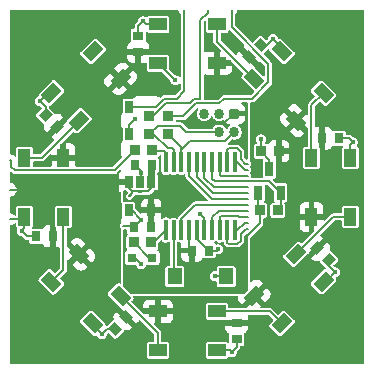
<source format=gtl>
%TF.GenerationSoftware,KiCad,Pcbnew,9.0.4*%
%TF.CreationDate,2025-10-01T23:04:17+01:00*%
%TF.ProjectId,vm_rgb_ring,766d5f72-6762-45f7-9269-6e672e6b6963,0.4*%
%TF.SameCoordinates,PX4f64b50PY4749830*%
%TF.FileFunction,Copper,L1,Top*%
%TF.FilePolarity,Positive*%
%FSLAX45Y45*%
G04 Gerber Fmt 4.5, Leading zero omitted, Abs format (unit mm)*
G04 Created by KiCad (PCBNEW 9.0.4) date 2025-10-01 23:04:17*
%MOMM*%
%LPD*%
G01*
G04 APERTURE LIST*
G04 Aperture macros list*
%AMRoundRect*
0 Rectangle with rounded corners*
0 $1 Rounding radius*
0 $2 $3 $4 $5 $6 $7 $8 $9 X,Y pos of 4 corners*
0 Add a 4 corners polygon primitive as box body*
4,1,4,$2,$3,$4,$5,$6,$7,$8,$9,$2,$3,0*
0 Add four circle primitives for the rounded corners*
1,1,$1+$1,$2,$3*
1,1,$1+$1,$4,$5*
1,1,$1+$1,$6,$7*
1,1,$1+$1,$8,$9*
0 Add four rect primitives between the rounded corners*
20,1,$1+$1,$2,$3,$4,$5,0*
20,1,$1+$1,$4,$5,$6,$7,0*
20,1,$1+$1,$6,$7,$8,$9,0*
20,1,$1+$1,$8,$9,$2,$3,0*%
%AMRotRect*
0 Rectangle, with rotation*
0 The origin of the aperture is its center*
0 $1 length*
0 $2 width*
0 $3 Rotation angle, in degrees counterclockwise*
0 Add horizontal line*
21,1,$1,$2,0,0,$3*%
G04 Aperture macros list end*
%TA.AperFunction,Conductor*%
%ADD10C,0.200000*%
%TD*%
%TA.AperFunction,SMDPad,CuDef*%
%ADD11R,0.900000X0.800000*%
%TD*%
%TA.AperFunction,SMDPad,CuDef*%
%ADD12C,0.125000*%
%TD*%
%TA.AperFunction,ComponentPad*%
%ADD13RoundRect,0.172720X-0.259080X-0.259080X0.259080X-0.259080X0.259080X0.259080X-0.259080X0.259080X0*%
%TD*%
%TA.AperFunction,ComponentPad*%
%ADD14C,0.863600*%
%TD*%
%TA.AperFunction,SMDPad,CuDef*%
%ADD15R,0.860000X0.810000*%
%TD*%
%TA.AperFunction,SMDPad,CuDef*%
%ADD16RotRect,1.500000X1.000000X45.000000*%
%TD*%
%TA.AperFunction,SMDPad,CuDef*%
%ADD17RotRect,1.500000X1.000000X225.000000*%
%TD*%
%TA.AperFunction,SMDPad,CuDef*%
%ADD18R,0.700000X1.000000*%
%TD*%
%TA.AperFunction,SMDPad,CuDef*%
%ADD19R,0.800000X0.800000*%
%TD*%
%TA.AperFunction,SMDPad,CuDef*%
%ADD20R,1.000000X1.500000*%
%TD*%
%TA.AperFunction,SMDPad,CuDef*%
%ADD21RotRect,0.800000X0.900000X225.000000*%
%TD*%
%TA.AperFunction,SMDPad,CuDef*%
%ADD22R,0.700000X1.250000*%
%TD*%
%TA.AperFunction,SMDPad,CuDef*%
%ADD23R,0.800000X0.900000*%
%TD*%
%TA.AperFunction,SMDPad,CuDef*%
%ADD24R,0.810000X0.860000*%
%TD*%
%TA.AperFunction,SMDPad,CuDef*%
%ADD25O,0.360000X1.740000*%
%TD*%
%TA.AperFunction,SMDPad,CuDef*%
%ADD26R,1.500000X1.000000*%
%TD*%
%TA.AperFunction,SMDPad,CuDef*%
%ADD27RotRect,0.800000X0.900000X135.000000*%
%TD*%
%TA.AperFunction,SMDPad,CuDef*%
%ADD28RotRect,1.500000X1.000000X135.000000*%
%TD*%
%TA.AperFunction,SMDPad,CuDef*%
%ADD29R,1.230000X1.360000*%
%TD*%
%TA.AperFunction,SMDPad,CuDef*%
%ADD30RotRect,1.500000X1.000000X315.000000*%
%TD*%
%TA.AperFunction,SMDPad,CuDef*%
%ADD31RotRect,0.800000X0.900000X315.000000*%
%TD*%
%TA.AperFunction,SMDPad,CuDef*%
%ADD32RotRect,0.800000X0.900000X45.000000*%
%TD*%
%TA.AperFunction,SMDPad,CuDef*%
%ADD33R,0.750000X1.000000*%
%TD*%
%TA.AperFunction,ViaPad*%
%ADD34C,0.450000*%
%TD*%
G04 APERTURE END LIST*
D10*
%TO.N,Net-(GS3-JD_DATA)*%
X-1500000Y225000D02*
X-1489900Y225000D01*
%TO.N,Net-(GS5-SWDIO~^)*%
X375000Y1500000D02*
X375000Y1475000D01*
%TO.N,Net-(D2-K)*%
X-25000Y1500000D02*
X-25000Y1475000D01*
%TO.N,GND*%
X-1500000Y-275000D02*
X-1475000Y-275000D01*
%TO.N,Net-(GS4-SWCLK)*%
X175000Y1500000D02*
X175000Y1475000D01*
%TD*%
D11*
%TO.P,C4,1*%
%TO.N,GND*%
X-415341Y1277748D03*
%TO.P,C4,2*%
%TO.N,JD_PWR*%
X-415341Y1137748D03*
%TD*%
D12*
%TO.P,GS5,1,SWDIO~^*%
%TO.N,Net-(GS5-SWDIO~^)*%
X375000Y1500000D03*
%TD*%
%TO.P,GS3,1,JD_DATA*%
%TO.N,Net-(GS3-JD_DATA)*%
X-1500000Y225000D03*
%TD*%
D13*
%TO.P,J1,1,Vcc*%
%TO.N,+3V3*%
X397500Y620000D03*
D14*
%TO.P,J1,2,SWDIO*%
%TO.N,/SWDIO*%
X397500Y462520D03*
%TO.P,J1,3,GND*%
%TO.N,GND*%
X270500Y620000D03*
%TO.P,J1,4,SWDCLK*%
%TO.N,/SWCLK*%
X270500Y462520D03*
%TO.P,J1,5,~{RESET}*%
%TO.N,/nRESET*%
X143500Y620000D03*
%TD*%
D15*
%TO.P,R7,1*%
%TO.N,/SWDIO*%
X-160000Y445000D03*
%TO.P,R7,2*%
%TO.N,Net-(GS5-SWDIO~^)*%
X-160000Y595000D03*
%TD*%
D16*
%TO.P,LED4,1,VDD*%
%TO.N,JD_PWR*%
X567335Y-924574D03*
%TO.P,LED4,2,DOUT*%
%TO.N,Net-(LED4-DOUT)*%
X800681Y-1157919D03*
%TO.P,LED4,3,VSS*%
%TO.N,GND*%
X1154234Y-804366D03*
%TO.P,LED4,4,DIN*%
%TO.N,Net-(LED3-DOUT)*%
X920889Y-571021D03*
%TD*%
D11*
%TO.P,C8,1*%
%TO.N,GND*%
X417506Y-1290000D03*
%TO.P,C8,2*%
%TO.N,JD_PWR*%
X417506Y-1150000D03*
%TD*%
D12*
%TO.P,GS4,1,SWCLK*%
%TO.N,Net-(GS4-SWCLK)*%
X175000Y1500000D03*
%TD*%
D17*
%TO.P,LED8,1,VDD*%
%TO.N,JD_PWR*%
X-564035Y913903D03*
%TO.P,LED8,2,DOUT*%
%TO.N,unconnected-(LED8-DOUT-Pad2)*%
X-797381Y1147249D03*
%TO.P,LED8,3,VSS*%
%TO.N,GND*%
X-1150934Y793695D03*
%TO.P,LED8,4,DIN*%
%TO.N,Net-(LED7-DOUT)*%
X-917589Y560350D03*
%TD*%
D18*
%TO.P,U2,1,IN*%
%TO.N,JD_PWR*%
X-305000Y40000D03*
%TO.P,U2,2,GND*%
%TO.N,GND*%
X-400000Y40000D03*
%TO.P,U2,3,EN*%
%TO.N,JD_PWR*%
X-495000Y40000D03*
%TO.P,U2,4,N/C*%
%TO.N,GND*%
X-495000Y-200000D03*
%TO.P,U2,5,OUT*%
%TO.N,+3V3*%
X-305000Y-200000D03*
%TD*%
D12*
%TO.P,GS6,1,RESET*%
%TO.N,Net-(D2-K)*%
X-25000Y1500000D03*
%TD*%
D19*
%TO.P,D1,1*%
%TO.N,Net-(D1-Pad1)*%
X-295000Y-600000D03*
%TO.P,D1,2*%
%TO.N,GND*%
X-465000Y-600000D03*
%TD*%
D15*
%TO.P,R6,1*%
%TO.N,/SWCLK*%
X-320000Y445000D03*
%TO.P,R6,2*%
%TO.N,Net-(GS4-SWCLK)*%
X-320000Y595000D03*
%TD*%
D20*
%TO.P,LED3,1,VDD*%
%TO.N,JD_PWR*%
X1051650Y-255335D03*
%TO.P,LED3,2,DOUT*%
%TO.N,Net-(LED3-DOUT)*%
X1381650Y-255335D03*
%TO.P,LED3,3,VSS*%
%TO.N,GND*%
X1381650Y244665D03*
%TO.P,LED3,4,DIN*%
%TO.N,Net-(LED2-DOUT)*%
X1051650Y244665D03*
%TD*%
D21*
%TO.P,C11,1*%
%TO.N,GND*%
X625000Y1200000D03*
%TO.P,C11,2*%
%TO.N,JD_PWR*%
X526005Y1101005D03*
%TD*%
D22*
%TO.P,Q1,1,G*%
%TO.N,+3V3*%
X600000Y-50000D03*
%TO.P,Q1,2,S*%
%TO.N,/RBG_LED*%
X790000Y-50000D03*
%TO.P,Q1,3,D*%
%TO.N,Net-(LED1-DIN)*%
X695000Y150000D03*
%TD*%
D23*
%TO.P,C3,1*%
%TO.N,+3V3*%
X-310000Y-340000D03*
%TO.P,C3,2*%
%TO.N,GND*%
X-450000Y-340000D03*
%TD*%
D24*
%TO.P,R2,1*%
%TO.N,+3V3*%
X615000Y-200000D03*
%TO.P,R2,2*%
%TO.N,/RBG_LED*%
X765000Y-200000D03*
%TD*%
D25*
%TO.P,U1,1,PB7/PB8*%
%TO.N,/JD_STATUS*%
X-181000Y-367000D03*
%TO.P,U1,2,PB9/PC14-OSC32_IN*%
%TO.N,/nFLASH*%
X-116000Y-367000D03*
%TO.P,U1,3,PC15-OSC32_OUT*%
%TO.N,unconnected-(U1-PC15-OSC32_OUT-Pad3)*%
X-51000Y-367000D03*
%TO.P,U1,4,VDD/VDDA*%
%TO.N,+3V3*%
X14000Y-367000D03*
%TO.P,U1,5,VSS/VSSA*%
%TO.N,GND*%
X80000Y-367000D03*
%TO.P,U1,6,NRST*%
%TO.N,/nRESET*%
X145000Y-367000D03*
%TO.P,U1,7,PA0*%
%TO.N,unconnected-(U1-PA0-Pad7)*%
X210000Y-367000D03*
%TO.P,U1,8,PA1*%
%TO.N,unconnected-(U1-PA1-Pad8)*%
X275000Y-367000D03*
%TO.P,U1,9,PA2*%
%TO.N,unconnected-(U1-PA2-Pad9)*%
X340000Y-367000D03*
%TO.P,U1,10,PA3*%
%TO.N,unconnected-(U1-PA3-Pad10)*%
X405000Y-367000D03*
%TO.P,U1,11,PA4*%
%TO.N,unconnected-(U1-PA4-Pad11)*%
X405000Y207000D03*
%TO.P,U1,12,PA5*%
%TO.N,unconnected-(U1-PA5-Pad12)*%
X340000Y207000D03*
%TO.P,U1,13,PA6*%
%TO.N,unconnected-(U1-PA6-Pad13)*%
X275000Y207000D03*
%TO.P,U1,14,PA7*%
%TO.N,/RBG_LED*%
X210000Y207000D03*
%TO.P,U1,15,PB0/PB1/PB2/PA8*%
%TO.N,unconnected-(U1-PB0{slash}PB1{slash}PB2{slash}PA8-Pad15)*%
X145000Y207000D03*
%TO.P,U1,16,PA11[PA9]*%
%TO.N,unconnected-(U1-PA11[PA9]-Pad16)*%
X80000Y207000D03*
%TO.P,U1,17,PA12[PA10]*%
%TO.N,unconnected-(U1-PA12[PA10]-Pad17)*%
X14000Y207000D03*
%TO.P,U1,18,PA13*%
%TO.N,/SWDIO*%
X-51000Y207000D03*
%TO.P,U1,19,PA15/PA14-BOOT0*%
%TO.N,/SWCLK*%
X-116000Y207000D03*
%TO.P,U1,20,PB3/PB4/PB5/PB6*%
%TO.N,/JD_DATA_MCU*%
X-181000Y207000D03*
%TD*%
D26*
%TO.P,LED5,1,VDD*%
%TO.N,JD_PWR*%
X-248350Y-1055335D03*
%TO.P,LED5,2,DOUT*%
%TO.N,Net-(LED5-DOUT)*%
X-248350Y-1385335D03*
%TO.P,LED5,3,VSS*%
%TO.N,GND*%
X251650Y-1385335D03*
%TO.P,LED5,4,DIN*%
%TO.N,Net-(LED4-DOUT)*%
X251650Y-1055335D03*
%TD*%
D23*
%TO.P,C6,1*%
%TO.N,GND*%
X-1279163Y-419171D03*
%TO.P,C6,2*%
%TO.N,JD_PWR*%
X-1139163Y-419171D03*
%TD*%
D27*
%TO.P,C9,1*%
%TO.N,GND*%
X1198772Y-616861D03*
%TO.P,C9,2*%
%TO.N,JD_PWR*%
X1099777Y-517866D03*
%TD*%
D28*
%TO.P,LED2,1,VDD*%
%TO.N,JD_PWR*%
X920889Y560350D03*
%TO.P,LED2,2,DOUT*%
%TO.N,Net-(LED2-DOUT)*%
X1154234Y793695D03*
%TO.P,LED2,3,VSS*%
%TO.N,GND*%
X800681Y1147249D03*
%TO.P,LED2,4,DIN*%
%TO.N,Net-(LED1-DOUT)*%
X567335Y913903D03*
%TD*%
D23*
%TO.P,C10,1*%
%TO.N,GND*%
X1281061Y409918D03*
%TO.P,C10,2*%
%TO.N,JD_PWR*%
X1141061Y409918D03*
%TD*%
D20*
%TO.P,LED7,1,VDD*%
%TO.N,JD_PWR*%
X-1048350Y244665D03*
%TO.P,LED7,2,DOUT*%
%TO.N,Net-(LED7-DOUT)*%
X-1378350Y244665D03*
%TO.P,LED7,3,VSS*%
%TO.N,GND*%
X-1378350Y-255335D03*
%TO.P,LED7,4,DIN*%
%TO.N,Net-(LED6-DOUT)*%
X-1048350Y-255335D03*
%TD*%
D29*
%TO.P,SW1,1,1*%
%TO.N,GND*%
X330000Y-760000D03*
%TO.P,SW1,2,2*%
%TO.N,/nFLASH*%
X-106000Y-760000D03*
%TD*%
D12*
%TO.P,GS2,1,GND*%
%TO.N,GND*%
X-1500000Y-275000D03*
%TD*%
D24*
%TO.P,R5,1*%
%TO.N,/JD_DATA_MCU*%
X-295000Y310000D03*
%TO.P,R5,2*%
%TO.N,Net-(GS3-JD_DATA)*%
X-445000Y310000D03*
%TD*%
D26*
%TO.P,LED1,1,VDD*%
%TO.N,JD_PWR*%
X251650Y1044665D03*
%TO.P,LED1,2,DOUT*%
%TO.N,Net-(LED1-DOUT)*%
X251650Y1374665D03*
%TO.P,LED1,3,VSS*%
%TO.N,GND*%
X-248350Y1374665D03*
%TO.P,LED1,4,DIN*%
%TO.N,Net-(LED1-DIN)*%
X-248350Y1044665D03*
%TD*%
D23*
%TO.P,C1,1*%
%TO.N,+3V3*%
X40000Y-540000D03*
%TO.P,C1,2*%
%TO.N,GND*%
X180000Y-540000D03*
%TD*%
D30*
%TO.P,LED6,1,VDD*%
%TO.N,JD_PWR*%
X-917589Y-571021D03*
%TO.P,LED6,2,DOUT*%
%TO.N,Net-(LED6-DOUT)*%
X-1150934Y-804366D03*
%TO.P,LED6,3,VSS*%
%TO.N,GND*%
X-797381Y-1157919D03*
%TO.P,LED6,4,DIN*%
%TO.N,Net-(LED5-DOUT)*%
X-564035Y-924574D03*
%TD*%
D31*
%TO.P,C5,1*%
%TO.N,GND*%
X-1199994Y608071D03*
%TO.P,C5,2*%
%TO.N,JD_PWR*%
X-1100999Y509076D03*
%TD*%
D12*
%TO.P,GS1,1,JD_PWR*%
%TO.N,JD_PWR*%
X-1500000Y-25000D03*
%TD*%
D23*
%TO.P,C2,1*%
%TO.N,JD_PWR*%
X-300000Y180000D03*
%TO.P,C2,2*%
%TO.N,GND*%
X-440000Y180000D03*
%TD*%
D24*
%TO.P,R1,1*%
%TO.N,/JD_STATUS*%
X-305000Y-470000D03*
%TO.P,R1,2*%
%TO.N,Net-(D1-Pad1)*%
X-455000Y-470000D03*
%TD*%
%TO.P,R3,1*%
%TO.N,JD_PWR*%
X775000Y300000D03*
%TO.P,R3,2*%
%TO.N,Net-(LED1-DIN)*%
X625000Y300000D03*
%TD*%
D32*
%TO.P,C7,1*%
%TO.N,GND*%
X-613780Y-1204996D03*
%TO.P,C7,2*%
%TO.N,JD_PWR*%
X-514785Y-1106001D03*
%TD*%
D33*
%TO.P,D2,1,K*%
%TO.N,Net-(D2-K)*%
X-490000Y677000D03*
%TO.P,D2,2,A*%
%TO.N,/nRESET*%
X-490000Y443000D03*
%TD*%
D34*
%TO.N,GND*%
X-390000Y120000D03*
X725000Y1250000D03*
X-1250000Y725000D03*
X-725000Y-1250000D03*
X1400000Y375000D03*
X260000Y-530000D03*
X-390000Y-655000D03*
X-1400000Y-375000D03*
X-375000Y1400000D03*
X235000Y-755000D03*
X-390000Y-280000D03*
X1250000Y-725000D03*
X375000Y-1400000D03*
%TO.N,+3V3*%
X-50000Y-50000D03*
X22500Y535800D03*
X40000Y-680000D03*
%TO.N,/nRESET*%
X110000Y-230000D03*
X-440000Y570000D03*
%TO.N,Net-(LED1-DIN)*%
X625000Y400000D03*
X-100000Y900000D03*
%TO.N,JD_PWR*%
X400000Y1200000D03*
X525000Y1350000D03*
X200000Y1175000D03*
X-100000Y1175000D03*
%TD*%
D10*
%TO.N,GND*%
X1198772Y-673772D02*
X1250000Y-725000D01*
X1381650Y244665D02*
X1381650Y356650D01*
X-390000Y120000D02*
X-390000Y130000D01*
X-1199994Y608071D02*
X-1199994Y674994D01*
X251650Y-1385335D02*
X360335Y-1385335D01*
X625000Y1200000D02*
X675000Y1200000D01*
X240000Y-760000D02*
X235000Y-755000D01*
X417506Y-1290000D02*
X417506Y-1357494D01*
X-415341Y1359659D02*
X-375000Y1400000D01*
X-1355829Y-419171D02*
X-1400000Y-375000D01*
X-495000Y-200000D02*
X-470000Y-200000D01*
X-390000Y-280000D02*
X-450000Y-340000D01*
X-797381Y-1177619D02*
X-725000Y-1250000D01*
X-470000Y-200000D02*
X-390000Y-280000D01*
X1381650Y356650D02*
X1400000Y375000D01*
X-1279163Y-419171D02*
X-1355829Y-419171D01*
X-390000Y50000D02*
X-400000Y40000D01*
X1365082Y409918D02*
X1400000Y375000D01*
X800681Y1147249D02*
X800681Y1174319D01*
X-445000Y-600000D02*
X-390000Y-655000D01*
X800681Y1174319D02*
X725000Y1250000D01*
X1281061Y409918D02*
X1365082Y409918D01*
X180000Y-540000D02*
X250000Y-540000D01*
X80000Y-440000D02*
X180000Y-540000D01*
X-540000Y-330000D02*
X-460000Y-330000D01*
X-349665Y1374665D02*
X-375000Y1400000D01*
X1198772Y-616861D02*
X1198772Y-673772D01*
X-1181305Y793695D02*
X-1250000Y725000D01*
X-390000Y130000D02*
X-440000Y180000D01*
X-1378350Y-255335D02*
X-1398015Y-275000D01*
X-248350Y1374665D02*
X-349665Y1374665D01*
X-1150934Y793695D02*
X-1181305Y793695D01*
X-797381Y-1157919D02*
X-797381Y-1177619D01*
X-1199994Y674994D02*
X-1250000Y725000D01*
X80000Y-367000D02*
X80000Y-440000D01*
X-1398015Y-275000D02*
X-1489900Y-275000D01*
X360335Y-1385335D02*
X375000Y-1400000D01*
X-390000Y120000D02*
X-390000Y50000D01*
X417506Y-1357494D02*
X375000Y-1400000D01*
X-465000Y-600000D02*
X-445000Y-600000D01*
X-460000Y-330000D02*
X-450000Y-340000D01*
X-613780Y-1204996D02*
X-679996Y-1204996D01*
X330000Y-760000D02*
X240000Y-760000D01*
X675000Y1200000D02*
X725000Y1250000D01*
X-415341Y1277748D02*
X-415341Y1359659D01*
X-1378350Y-353350D02*
X-1400000Y-375000D01*
X-679996Y-1204996D02*
X-725000Y-1250000D01*
X-1378350Y-255335D02*
X-1378350Y-353350D01*
X1170634Y-804366D02*
X1250000Y-725000D01*
X1154234Y-804366D02*
X1170634Y-804366D01*
X250000Y-540000D02*
X260000Y-530000D01*
%TO.N,+3V3*%
X-305000Y-200000D02*
X-305000Y-335000D01*
X313300Y535800D02*
X22500Y535800D01*
X615000Y-310000D02*
X500000Y-425000D01*
X497823Y270874D02*
X504380Y270874D01*
X397500Y620000D02*
X313300Y535800D01*
X14000Y-514000D02*
X40000Y-540000D01*
X14000Y-367000D02*
X14000Y-514000D01*
X615000Y-200000D02*
X615000Y-310000D01*
X-305000Y-335000D02*
X-310000Y-340000D01*
X-285000Y-195000D02*
X-285000Y-200000D01*
X600000Y-50000D02*
X600000Y-185000D01*
%TO.N,Net-(D1-Pad1)*%
X-325000Y-600000D02*
X-295000Y-600000D01*
X-455000Y-470000D02*
X-325000Y-600000D01*
%TO.N,/SWDIO*%
X321610Y386630D02*
X21630Y386630D01*
X397500Y462520D02*
X321610Y386630D01*
X-160000Y445000D02*
X-51000Y336000D01*
X21630Y386630D02*
X-51000Y314000D01*
X-51000Y314000D02*
X-51000Y207000D01*
X-51000Y336000D02*
X-51000Y207000D01*
%TO.N,/SWCLK*%
X-249400Y515600D02*
X-320000Y445000D01*
X-6766Y462520D02*
X270500Y462520D01*
X-116000Y314000D02*
X-116000Y207000D01*
X-165400Y324100D02*
X-126100Y324100D01*
X-286300Y445000D02*
X-165400Y324100D01*
X-300000Y445000D02*
X-286300Y445000D01*
X-126100Y324100D02*
X-116000Y314000D01*
X-59846Y515600D02*
X-249400Y515600D01*
X-59846Y515600D02*
X-6766Y462520D01*
%TO.N,/nRESET*%
X145000Y-367000D02*
X145000Y-265000D01*
X145000Y-265000D02*
X110000Y-230000D01*
X-490000Y520000D02*
X-440000Y570000D01*
X-490000Y443000D02*
X-490000Y520000D01*
%TO.N,/JD_STATUS*%
X-305000Y-470000D02*
X-284000Y-470000D01*
X-284000Y-470000D02*
X-181000Y-367000D01*
%TO.N,/nFLASH*%
X-116000Y-367000D02*
X-116000Y-750000D01*
X-116000Y-750000D02*
X-106000Y-760000D01*
%TO.N,unconnected-(U1-PA5-Pad12)*%
X491569Y195000D02*
X510000Y195000D01*
X340000Y314000D02*
X350100Y324100D01*
X350100Y324100D02*
X424924Y324100D01*
X453100Y295924D02*
X453100Y233469D01*
X340000Y207000D02*
X340000Y314000D01*
X453100Y233469D02*
X491569Y195000D01*
X424924Y324100D02*
X453100Y295924D01*
%TO.N,unconnected-(U1-PC15-OSC32_OUT-Pad3)*%
X69500Y-155000D02*
X510000Y-155000D01*
X-51000Y-367000D02*
X-51000Y-275500D01*
X-51000Y-275500D02*
X69500Y-155000D01*
%TO.N,unconnected-(U1-PA2-Pad9)*%
X424924Y-484100D02*
X453100Y-455924D01*
X453100Y-455924D02*
X453100Y-399972D01*
X498073Y-355000D02*
X510000Y-355000D01*
X340000Y-367000D02*
X340000Y-474000D01*
X340000Y-474000D02*
X350100Y-484100D01*
X350100Y-484100D02*
X424924Y-484100D01*
X453100Y-399972D02*
X498073Y-355000D01*
%TO.N,unconnected-(U1-PA1-Pad8)*%
X429900Y-249900D02*
X435000Y-255000D01*
X275000Y-260000D02*
X285100Y-249900D01*
X285100Y-249900D02*
X429900Y-249900D01*
X435000Y-255000D02*
X510000Y-255000D01*
X275000Y-367000D02*
X275000Y-260000D01*
%TO.N,unconnected-(U1-PA11[PA9]-Pad16)*%
X80000Y85000D02*
X220000Y-55000D01*
X220000Y-55000D02*
X510000Y-55000D01*
X80000Y207000D02*
X80000Y85000D01*
%TO.N,unconnected-(U1-PB0{slash}PB1{slash}PB2{slash}PA8-Pad15)*%
X145000Y76710D02*
X226710Y-5000D01*
X226710Y-5000D02*
X510000Y-5000D01*
X145000Y207000D02*
X145000Y76710D01*
%TO.N,Net-(LED1-DIN)*%
X695000Y150000D02*
X695000Y230000D01*
X-100000Y900000D02*
X-244665Y1044665D01*
X695000Y230000D02*
X625000Y300000D01*
X625000Y400000D02*
X625000Y300000D01*
X700000Y155000D02*
X695000Y150000D01*
X-244665Y1044665D02*
X-248350Y1044665D01*
%TO.N,unconnected-(U1-PA6-Pad13)*%
X429900Y89900D02*
X435000Y95000D01*
X435000Y95000D02*
X510000Y95000D01*
X275000Y100000D02*
X285100Y89900D01*
X275000Y207000D02*
X275000Y100000D01*
X285100Y89900D02*
X429900Y89900D01*
%TO.N,unconnected-(U1-PA0-Pad7)*%
X210000Y-260000D02*
X265000Y-205000D01*
X210000Y-367000D02*
X210000Y-260000D01*
X265000Y-205000D02*
X510000Y-205000D01*
%TO.N,unconnected-(U1-PA3-Pad10)*%
X405000Y-367000D02*
X423000Y-367000D01*
X485000Y-305000D02*
X510000Y-305000D01*
X423000Y-367000D02*
X485000Y-305000D01*
%TO.N,unconnected-(U1-PA12[PA10]-Pad17)*%
X14000Y91000D02*
X210000Y-105000D01*
X210000Y-105000D02*
X510000Y-105000D01*
X14000Y207000D02*
X14000Y91000D01*
%TO.N,unconnected-(U1-PA4-Pad11)*%
X423000Y207000D02*
X485000Y145000D01*
X485000Y145000D02*
X510000Y145000D01*
X405000Y207000D02*
X423000Y207000D01*
%TO.N,JD_PWR*%
X-465100Y-40100D02*
X-440000Y-40100D01*
X-305000Y-10200D02*
X-305000Y40000D01*
X-334900Y-40100D02*
X-305000Y-10200D01*
X-305000Y40000D02*
X-305000Y175000D01*
X-1500000Y-25000D02*
X-1425000Y-25000D01*
X-465100Y-40100D02*
X-465100Y-55100D01*
X-465100Y-55100D02*
X-490000Y-80000D01*
X-495000Y40000D02*
X-495000Y-10200D01*
X-495000Y-10200D02*
X-465100Y-40100D01*
X-440000Y-40100D02*
X-334900Y-40100D01*
X-305000Y175000D02*
X-300000Y180000D01*
%TO.N,Net-(GS3-JD_DATA)*%
X-615435Y139565D02*
X-1458450Y139565D01*
X-445000Y310000D02*
X-615435Y139565D01*
X-1489900Y171015D02*
X-1489900Y225000D01*
X-1458450Y139565D02*
X-1489900Y171015D01*
%TO.N,/JD_DATA_MCU*%
X-190000Y290000D02*
X-190000Y216000D01*
X-199800Y299800D02*
X-190000Y290000D01*
X-284800Y299800D02*
X-199800Y299800D01*
X-190000Y216000D02*
X-181000Y207000D01*
X-295000Y310000D02*
X-284800Y299800D01*
%TO.N,Net-(D2-K)*%
X-194527Y745000D02*
X-90000Y745000D01*
X-25000Y810000D02*
X-25000Y1475000D01*
X-90000Y745000D02*
X-25000Y810000D01*
X-262527Y677000D02*
X-194527Y745000D01*
X-490000Y677000D02*
X-262527Y677000D01*
%TO.N,Net-(GS4-SWCLK)*%
X110000Y1410000D02*
X175000Y1475000D01*
X-320000Y595000D02*
X-287959Y595000D01*
X-287959Y595000D02*
X-178059Y704900D01*
X60549Y745000D02*
X110000Y745000D01*
X20449Y704900D02*
X60549Y745000D01*
X110000Y745000D02*
X110000Y1410000D01*
X-178059Y704900D02*
X20449Y704900D01*
%TO.N,Net-(GS5-SWDIO~^)*%
X685824Y883758D02*
X685824Y1040181D01*
X-160000Y595000D02*
X-32882Y595000D01*
X375000Y1351005D02*
X375000Y1489900D01*
X-32882Y595000D02*
X77018Y704900D01*
X547066Y745000D02*
X685824Y883758D01*
X269900Y704900D02*
X310000Y745000D01*
X685824Y1040181D02*
X375000Y1351005D01*
X77018Y704900D02*
X269900Y704900D01*
X310000Y745000D02*
X547066Y745000D01*
%TO.N,Net-(LED1-DOUT)*%
X251650Y1374665D02*
X251650Y1229589D01*
X251650Y1229589D02*
X567335Y913903D01*
%TO.N,Net-(LED2-DOUT)*%
X1051650Y691111D02*
X1051650Y244665D01*
X1154234Y793695D02*
X1051650Y691111D01*
%TO.N,Net-(LED3-DOUT)*%
X1381650Y-255335D02*
X1236574Y-255335D01*
X1236574Y-255335D02*
X920889Y-571021D01*
%TO.N,Net-(LED4-DOUT)*%
X698097Y-1055335D02*
X251650Y-1055335D01*
X800681Y-1157919D02*
X698097Y-1055335D01*
%TO.N,Net-(LED5-DOUT)*%
X-248350Y-1240260D02*
X-564035Y-924574D01*
X-248350Y-1385335D02*
X-248350Y-1240260D01*
%TO.N,Net-(LED6-DOUT)*%
X-1150934Y-804366D02*
X-1048350Y-701782D01*
X-1048350Y-701782D02*
X-1048350Y-255335D01*
%TO.N,Net-(LED7-DOUT)*%
X-1378350Y244665D02*
X-1233274Y244665D01*
X-1233274Y244665D02*
X-917589Y560350D01*
%TO.N,/RBG_LED*%
X790000Y-50000D02*
X790000Y-175000D01*
X233420Y45000D02*
X695000Y45000D01*
X210000Y68420D02*
X233420Y45000D01*
X695000Y45000D02*
X790000Y-50000D01*
X210000Y207000D02*
X210000Y68420D01*
%TD*%
%TA.AperFunction,Conductor*%
%TO.N,JD_PWR*%
G36*
X1497783Y1497783D02*
G01*
X1499950Y1492550D01*
X1499950Y-1492550D01*
X1497783Y-1497783D01*
X1492550Y-1499950D01*
X-1492550Y-1499950D01*
X-1497783Y-1497783D01*
X-1499950Y-1492550D01*
X-1499950Y-1140242D01*
X-906212Y-1140242D01*
X-904656Y-1148065D01*
X-901343Y-1153023D01*
X-792484Y-1261882D01*
X-787526Y-1265194D01*
X-779703Y-1266750D01*
X-771880Y-1265194D01*
X-771880Y-1265194D01*
X-771233Y-1265066D01*
X-765678Y-1266170D01*
X-763380Y-1268623D01*
X-759048Y-1276126D01*
X-751126Y-1284049D01*
X-741424Y-1289650D01*
X-730602Y-1292550D01*
X-730602Y-1292550D01*
X-730602Y-1292550D01*
X-719398Y-1292550D01*
X-719398Y-1292550D01*
X-708576Y-1289650D01*
X-698874Y-1284049D01*
X-690952Y-1276126D01*
X-685350Y-1266424D01*
X-682450Y-1255602D01*
X-682450Y-1255602D01*
X-682450Y-1253012D01*
X-680283Y-1247780D01*
X-673334Y-1240831D01*
X-668101Y-1238664D01*
X-662869Y-1240831D01*
X-623026Y-1280674D01*
X-618068Y-1283987D01*
X-611801Y-1285233D01*
X-610245Y-1285543D01*
X-610245Y-1285543D01*
X-610245Y-1285543D01*
X-608947Y-1285284D01*
X-602422Y-1283987D01*
X-597464Y-1280674D01*
X-538102Y-1221312D01*
X-535200Y-1216968D01*
X-530491Y-1213822D01*
X-525973Y-1214348D01*
X-525481Y-1214573D01*
X-511250Y-1216619D01*
X-497018Y-1214573D01*
X-497018Y-1214573D01*
X-483939Y-1208600D01*
X-479277Y-1204843D01*
X-465288Y-1190854D01*
X-599638Y-1056503D01*
X-613627Y-1070492D01*
X-617385Y-1075155D01*
X-623357Y-1088233D01*
X-623357Y-1088234D01*
X-625403Y-1102465D01*
X-623357Y-1116697D01*
X-623357Y-1116697D01*
X-623133Y-1117189D01*
X-622931Y-1122849D01*
X-625753Y-1126415D01*
X-630096Y-1129317D01*
X-673557Y-1172778D01*
X-678790Y-1174946D01*
X-682606Y-1174946D01*
X-687839Y-1172778D01*
X-689864Y-1168990D01*
X-690106Y-1167774D01*
X-693418Y-1162816D01*
X-802277Y-1053957D01*
X-807235Y-1050644D01*
X-815058Y-1049088D01*
X-822881Y-1050644D01*
X-827839Y-1053957D01*
X-827839Y-1053957D01*
X-901343Y-1127460D01*
X-901343Y-1127461D01*
X-904656Y-1132418D01*
X-904656Y-1132419D01*
X-906212Y-1140242D01*
X-1499950Y-1140242D01*
X-1499950Y-786688D01*
X-1259765Y-786688D01*
X-1258209Y-794511D01*
X-1254896Y-799469D01*
X-1146037Y-908328D01*
X-1141080Y-911641D01*
X-1133256Y-913197D01*
X-1125433Y-911641D01*
X-1120475Y-908328D01*
X-1046972Y-834825D01*
X-1043659Y-829867D01*
X-1042103Y-822044D01*
X-1043659Y-814220D01*
X-1046972Y-809262D01*
X-1074920Y-781314D01*
X-1077088Y-776082D01*
X-1074920Y-770849D01*
X-1024304Y-720233D01*
X-1023099Y-718147D01*
X-1020348Y-713381D01*
X-1018300Y-705738D01*
X-1018300Y-705738D01*
X-1018300Y-659409D01*
X-970622Y-659409D01*
X-970622Y-659409D01*
X-931884Y-698146D01*
X-927221Y-701904D01*
X-927221Y-701904D01*
X-914142Y-707877D01*
X-899911Y-709923D01*
X-885680Y-707877D01*
X-885680Y-707877D01*
X-872601Y-701904D01*
X-872601Y-701904D01*
X-867938Y-698146D01*
X-846878Y-677087D01*
X-917589Y-606376D01*
X-970622Y-659409D01*
X-1018300Y-659409D01*
X-1018300Y-629596D01*
X-1016133Y-624363D01*
X-1010900Y-622196D01*
X-1006415Y-624054D01*
X-1005977Y-624054D01*
X-952944Y-571021D01*
X-882233Y-571021D01*
X-811523Y-641731D01*
X-790463Y-620672D01*
X-786705Y-616008D01*
X-786705Y-616008D01*
X-780732Y-602930D01*
X-780732Y-602930D01*
X-778686Y-588698D01*
X-780732Y-574467D01*
X-780732Y-574467D01*
X-786705Y-561389D01*
X-786705Y-561388D01*
X-790463Y-556725D01*
X-829200Y-517988D01*
X-882233Y-571021D01*
X-952944Y-571021D01*
X-1016133Y-507832D01*
X-1018300Y-502600D01*
X-1018300Y-464955D01*
X-988299Y-464955D01*
X-917589Y-535665D01*
X-864556Y-482632D01*
X-903293Y-443895D01*
X-907957Y-440137D01*
X-907957Y-440137D01*
X-921035Y-434164D01*
X-935266Y-432118D01*
X-949498Y-434164D01*
X-949498Y-434164D01*
X-962576Y-440137D01*
X-962576Y-440137D01*
X-967239Y-443894D01*
X-967239Y-443895D01*
X-988299Y-464955D01*
X-1018300Y-464955D01*
X-1018300Y-357785D01*
X-1016133Y-352553D01*
X-1010900Y-350385D01*
X-996375Y-350385D01*
X-996375Y-350385D01*
X-990527Y-349222D01*
X-983895Y-344791D01*
X-979463Y-338158D01*
X-978300Y-332310D01*
X-978300Y-178360D01*
X-979463Y-172512D01*
X-983895Y-165880D01*
X-986116Y-164396D01*
X-990527Y-161449D01*
X-990527Y-161449D01*
X-993451Y-160867D01*
X-996375Y-160285D01*
X-1100325Y-160285D01*
X-1103249Y-160867D01*
X-1106173Y-161449D01*
X-1112805Y-165880D01*
X-1112805Y-165880D01*
X-1117237Y-172512D01*
X-1117237Y-172512D01*
X-1118400Y-178360D01*
X-1118400Y-332310D01*
X-1118073Y-333956D01*
X-1117237Y-338159D01*
X-1115411Y-340891D01*
X-1114163Y-345003D01*
X-1114163Y-514171D01*
X-1094380Y-514171D01*
X-1088426Y-513531D01*
X-1088386Y-513517D01*
X-1088367Y-513517D01*
X-1087975Y-513425D01*
X-1087950Y-513532D01*
X-1082726Y-513718D01*
X-1078867Y-517863D01*
X-1078400Y-520450D01*
X-1078400Y-686270D01*
X-1080567Y-691502D01*
X-1117417Y-728352D01*
X-1122650Y-730519D01*
X-1127882Y-728352D01*
X-1155831Y-700404D01*
X-1160789Y-697091D01*
X-1168612Y-695535D01*
X-1176435Y-697091D01*
X-1181393Y-700404D01*
X-1181393Y-700404D01*
X-1254896Y-773907D01*
X-1254896Y-773907D01*
X-1258209Y-778865D01*
X-1258209Y-778865D01*
X-1259765Y-786688D01*
X-1499950Y-786688D01*
X-1499950Y-331914D01*
X-1497783Y-326682D01*
X-1493921Y-324778D01*
X-1493942Y-324698D01*
X-1493540Y-324590D01*
X-1493515Y-324578D01*
X-1493474Y-324572D01*
X-1493474Y-324572D01*
X-1480866Y-321194D01*
X-1469562Y-314668D01*
X-1462112Y-307217D01*
X-1456879Y-305050D01*
X-1455800Y-305050D01*
X-1450567Y-307217D01*
X-1448400Y-312450D01*
X-1448400Y-332310D01*
X-1447624Y-336209D01*
X-1447237Y-338159D01*
X-1445289Y-341073D01*
X-1442805Y-344791D01*
X-1440548Y-346299D01*
X-1437401Y-351008D01*
X-1438250Y-356151D01*
X-1439650Y-358576D01*
X-1439650Y-358577D01*
X-1442550Y-369398D01*
X-1442550Y-380602D01*
X-1439650Y-391423D01*
X-1439650Y-391424D01*
X-1435766Y-398151D01*
X-1434048Y-401126D01*
X-1426126Y-409048D01*
X-1416424Y-414650D01*
X-1405602Y-417550D01*
X-1405602Y-417550D01*
X-1405602Y-417550D01*
X-1403012Y-417550D01*
X-1397780Y-419717D01*
X-1379875Y-437623D01*
X-1374280Y-443217D01*
X-1367427Y-447174D01*
X-1367427Y-447174D01*
X-1367427Y-447174D01*
X-1363606Y-448197D01*
X-1359785Y-449221D01*
X-1359785Y-449221D01*
X-1359785Y-449221D01*
X-1346613Y-449221D01*
X-1341381Y-451389D01*
X-1339213Y-456621D01*
X-1339213Y-466146D01*
X-1338771Y-468368D01*
X-1338050Y-471995D01*
X-1335103Y-476406D01*
X-1333619Y-478627D01*
X-1332317Y-479496D01*
X-1326987Y-483058D01*
X-1326987Y-483058D01*
X-1326986Y-483058D01*
X-1321138Y-484221D01*
X-1321138Y-484221D01*
X-1237189Y-484221D01*
X-1237189Y-484221D01*
X-1232065Y-483202D01*
X-1226510Y-484307D01*
X-1223688Y-487874D01*
X-1223499Y-488380D01*
X-1214882Y-499890D01*
X-1203372Y-508507D01*
X-1203372Y-508507D01*
X-1189901Y-513531D01*
X-1189901Y-513531D01*
X-1183946Y-514171D01*
X-1164163Y-514171D01*
X-1164163Y-324172D01*
X-1183946Y-324172D01*
X-1189901Y-324812D01*
X-1189901Y-324812D01*
X-1203372Y-329836D01*
X-1203372Y-329836D01*
X-1214882Y-338453D01*
X-1223499Y-349963D01*
X-1223688Y-350469D01*
X-1227547Y-354614D01*
X-1232065Y-355141D01*
X-1237189Y-354121D01*
X-1306285Y-354121D01*
X-1311518Y-351954D01*
X-1313685Y-346722D01*
X-1312438Y-342610D01*
X-1309649Y-338436D01*
X-1309463Y-338158D01*
X-1308300Y-332310D01*
X-1308300Y-178360D01*
X-1309463Y-172512D01*
X-1313895Y-165880D01*
X-1316116Y-164396D01*
X-1320527Y-161449D01*
X-1320527Y-161449D01*
X-1323451Y-160867D01*
X-1326375Y-160285D01*
X-1430325Y-160285D01*
X-1433249Y-160867D01*
X-1436173Y-161449D01*
X-1442805Y-165880D01*
X-1442805Y-165880D01*
X-1447237Y-172512D01*
X-1448400Y-178361D01*
X-1448400Y-237550D01*
X-1450567Y-242783D01*
X-1455800Y-244950D01*
X-1456879Y-244950D01*
X-1462112Y-242783D01*
X-1469562Y-235332D01*
X-1480866Y-228806D01*
X-1493474Y-225428D01*
X-1493516Y-225422D01*
X-1493535Y-225411D01*
X-1493942Y-225302D01*
X-1493913Y-225193D01*
X-1498421Y-222590D01*
X-1499950Y-218085D01*
X-1499950Y-88650D01*
X-1497783Y-83417D01*
X-1493056Y-81460D01*
X-1493075Y-81313D01*
X-1492595Y-81250D01*
X-1478288Y-77417D01*
X-1465462Y-70011D01*
X-1454989Y-59538D01*
X-1447583Y-46712D01*
X-1443750Y-32405D01*
X-1443750Y-17595D01*
X-1447583Y-3288D01*
X-1454989Y9538D01*
X-1465462Y20012D01*
X-1478288Y27417D01*
X-1492595Y31250D01*
X-1493075Y31313D01*
X-1493056Y31460D01*
X-1497783Y33417D01*
X-1499950Y38650D01*
X-1499950Y120702D01*
X-1497783Y125935D01*
X-1492550Y128102D01*
X-1487317Y125935D01*
X-1482496Y121114D01*
X-1476901Y115519D01*
X-1470049Y111563D01*
X-1470049Y111563D01*
X-1470049Y111562D01*
X-1467479Y110874D01*
X-1462406Y109515D01*
X-1462406Y109515D01*
X-1462406Y109515D01*
X-611479Y109515D01*
X-611479Y109515D01*
X-603836Y111563D01*
X-596984Y115519D01*
X-591389Y121114D01*
X-573183Y139320D01*
X-567950Y141488D01*
X-562717Y139320D01*
X-560550Y134088D01*
X-560550Y133293D01*
X-562717Y128060D01*
X-563515Y127368D01*
X-565719Y125719D01*
X-574335Y114209D01*
X-574336Y114209D01*
X-579360Y100738D01*
X-579360Y100738D01*
X-580000Y94783D01*
X-580000Y65000D01*
X-502400Y65000D01*
X-497167Y62833D01*
X-495000Y57600D01*
X-495000Y22400D01*
X-497167Y17167D01*
X-502400Y15000D01*
X-580000Y15000D01*
X-580000Y-14783D01*
X-579360Y-20738D01*
X-579360Y-20738D01*
X-574336Y-34209D01*
X-574335Y-34209D01*
X-565719Y-45719D01*
X-563515Y-47368D01*
X-560625Y-52239D01*
X-560550Y-53292D01*
X-560550Y-122575D01*
X-560526Y-123579D01*
X-560490Y-124304D01*
X-558091Y-132981D01*
X-558091Y-132981D01*
X-555422Y-137977D01*
X-551580Y-142939D01*
X-550220Y-147662D01*
X-550050Y-147662D01*
X-550050Y-252338D01*
X-550249Y-252338D01*
X-551407Y-256701D01*
X-556818Y-264328D01*
X-558986Y-269560D01*
X-558986Y-269561D01*
X-560292Y-276125D01*
X-560550Y-277424D01*
X-560550Y-292550D01*
X-560455Y-293026D01*
X-558986Y-300414D01*
X-558880Y-300762D01*
X-559096Y-300827D01*
X-559103Y-305814D01*
X-560703Y-308206D01*
X-564046Y-311549D01*
X-568002Y-318401D01*
X-568002Y-318401D01*
X-570050Y-326044D01*
X-570050Y-333956D01*
X-568002Y-341599D01*
X-568002Y-341599D01*
X-564046Y-348451D01*
X-560703Y-351794D01*
X-558536Y-357027D01*
X-558968Y-359212D01*
X-558880Y-359238D01*
X-558986Y-359586D01*
X-560550Y-367450D01*
X-560550Y-812368D01*
X-562717Y-817601D01*
X-567950Y-819768D01*
X-572061Y-818521D01*
X-573890Y-817299D01*
X-581713Y-815743D01*
X-589536Y-817299D01*
X-594494Y-820612D01*
X-594494Y-820612D01*
X-667998Y-894115D01*
X-667998Y-894115D01*
X-671310Y-899073D01*
X-671310Y-899073D01*
X-672867Y-906896D01*
X-671310Y-914720D01*
X-667998Y-919677D01*
X-559139Y-1028536D01*
X-559139Y-1028536D01*
X-553575Y-1032254D01*
X-553615Y-1032313D01*
X-552117Y-1033314D01*
X-429932Y-1155498D01*
X-415944Y-1141510D01*
X-415943Y-1141509D01*
X-412186Y-1136846D01*
X-410994Y-1134236D01*
X-406849Y-1130376D01*
X-401188Y-1130578D01*
X-399030Y-1132077D01*
X-280567Y-1250539D01*
X-278400Y-1255772D01*
X-278400Y-1307885D01*
X-280567Y-1313118D01*
X-285800Y-1315285D01*
X-325325Y-1315285D01*
X-328249Y-1315867D01*
X-331173Y-1316449D01*
X-337805Y-1320880D01*
X-337805Y-1320880D01*
X-342237Y-1327512D01*
X-342237Y-1327512D01*
X-343400Y-1333361D01*
X-343400Y-1437310D01*
X-342935Y-1439650D01*
X-342237Y-1443158D01*
X-339289Y-1447570D01*
X-337805Y-1449790D01*
X-333394Y-1452738D01*
X-331173Y-1454222D01*
X-331173Y-1454222D01*
X-331173Y-1454222D01*
X-325325Y-1455385D01*
X-325325Y-1455385D01*
X-171375Y-1455385D01*
X-171375Y-1455385D01*
X-165527Y-1454222D01*
X-158895Y-1449790D01*
X-154463Y-1443158D01*
X-153300Y-1437310D01*
X-153300Y-1333361D01*
X156600Y-1333361D01*
X156600Y-1437310D01*
X157066Y-1439650D01*
X157763Y-1443158D01*
X160711Y-1447570D01*
X162195Y-1449790D01*
X166606Y-1452738D01*
X168827Y-1454222D01*
X168827Y-1454222D01*
X168827Y-1454222D01*
X174675Y-1455385D01*
X174675Y-1455385D01*
X328625Y-1455385D01*
X328625Y-1455385D01*
X334473Y-1454222D01*
X341105Y-1449790D01*
X345537Y-1443158D01*
X345537Y-1443158D01*
X345816Y-1442485D01*
X346033Y-1442575D01*
X348638Y-1438678D01*
X354192Y-1437573D01*
X356449Y-1438422D01*
X358576Y-1439650D01*
X369398Y-1442550D01*
X369398Y-1442550D01*
X369398Y-1442550D01*
X380602Y-1442550D01*
X380602Y-1442550D01*
X391424Y-1439650D01*
X401126Y-1434048D01*
X409048Y-1426126D01*
X414650Y-1416424D01*
X417550Y-1405602D01*
X417550Y-1405602D01*
X417550Y-1403012D01*
X419717Y-1397780D01*
X441552Y-1375945D01*
X442827Y-1373736D01*
X445508Y-1369093D01*
X447556Y-1361450D01*
X447556Y-1361450D01*
X447556Y-1357450D01*
X449724Y-1352217D01*
X454956Y-1350050D01*
X464481Y-1350050D01*
X464481Y-1350050D01*
X470329Y-1348887D01*
X476961Y-1344455D01*
X481393Y-1337823D01*
X482556Y-1331975D01*
X482556Y-1248025D01*
X481537Y-1242901D01*
X482642Y-1237346D01*
X486209Y-1234524D01*
X486715Y-1234335D01*
X498225Y-1225719D01*
X506841Y-1214209D01*
X506842Y-1214209D01*
X511866Y-1200738D01*
X511866Y-1200738D01*
X512506Y-1194783D01*
X512506Y-1175000D01*
X322506Y-1175000D01*
X322506Y-1194783D01*
X323146Y-1200738D01*
X323147Y-1200738D01*
X328171Y-1214209D01*
X328171Y-1214209D01*
X336787Y-1225719D01*
X348297Y-1234335D01*
X348297Y-1234335D01*
X348804Y-1234524D01*
X352949Y-1238384D01*
X353475Y-1242901D01*
X352456Y-1248025D01*
X352456Y-1314620D01*
X350289Y-1319853D01*
X345056Y-1322020D01*
X340945Y-1320773D01*
X334473Y-1316449D01*
X334473Y-1316449D01*
X331549Y-1315867D01*
X328625Y-1315285D01*
X174675Y-1315285D01*
X171751Y-1315867D01*
X168827Y-1316449D01*
X162195Y-1320880D01*
X162195Y-1320880D01*
X157763Y-1327512D01*
X157763Y-1327512D01*
X156600Y-1333361D01*
X-153300Y-1333361D01*
X-154463Y-1327512D01*
X-158895Y-1320880D01*
X-161116Y-1319396D01*
X-165527Y-1316449D01*
X-165527Y-1316449D01*
X-168451Y-1315867D01*
X-171375Y-1315285D01*
X-171375Y-1315285D01*
X-210900Y-1315285D01*
X-216133Y-1313118D01*
X-218300Y-1307885D01*
X-218300Y-1236304D01*
X-218300Y-1236303D01*
X-218503Y-1235545D01*
X-218777Y-1234524D01*
X-220348Y-1228661D01*
X-220348Y-1228661D01*
X-224304Y-1221809D01*
X-224304Y-1221809D01*
X-224304Y-1221808D01*
X-278145Y-1167968D01*
X-280312Y-1162735D01*
X-278145Y-1157503D01*
X-273660Y-1155645D01*
X-273350Y-1155335D01*
X-223350Y-1155335D01*
X-168567Y-1155335D01*
X-162613Y-1154695D01*
X-162612Y-1154695D01*
X-149141Y-1149671D01*
X-149141Y-1149671D01*
X-137631Y-1141054D01*
X-129015Y-1129544D01*
X-129015Y-1129544D01*
X-123990Y-1116073D01*
X-123990Y-1116073D01*
X-123350Y-1110118D01*
X-123350Y-1080335D01*
X-223350Y-1080335D01*
X-223350Y-1155335D01*
X-273350Y-1155335D01*
X-273350Y-1080335D01*
X-362712Y-1080335D01*
X-367944Y-1078168D01*
X-445560Y-1000552D01*
X-373350Y-1000552D01*
X-373350Y-1030335D01*
X-273350Y-1030335D01*
X-223350Y-1030335D01*
X-123350Y-1030335D01*
X-123350Y-1003360D01*
X156600Y-1003360D01*
X156600Y-1107310D01*
X157376Y-1111209D01*
X157763Y-1113159D01*
X159711Y-1116073D01*
X162195Y-1119791D01*
X166606Y-1122738D01*
X168827Y-1124222D01*
X168827Y-1124222D01*
X168827Y-1124222D01*
X174675Y-1125385D01*
X174675Y-1125385D01*
X328625Y-1125385D01*
X329847Y-1125142D01*
X331291Y-1125000D01*
X512506Y-1125000D01*
X512506Y-1105217D01*
X511866Y-1099262D01*
X511866Y-1099262D01*
X510415Y-1095371D01*
X510617Y-1089711D01*
X514762Y-1085852D01*
X517348Y-1085385D01*
X682584Y-1085385D01*
X687817Y-1087553D01*
X724667Y-1124402D01*
X726834Y-1129635D01*
X724667Y-1134868D01*
X696718Y-1162816D01*
X696718Y-1162816D01*
X693406Y-1167774D01*
X691850Y-1175597D01*
X693406Y-1183420D01*
X696718Y-1188378D01*
X770222Y-1261882D01*
X775180Y-1265194D01*
X783003Y-1266750D01*
X790826Y-1265194D01*
X795784Y-1261882D01*
X904643Y-1153023D01*
X907956Y-1148065D01*
X909512Y-1140242D01*
X907956Y-1132419D01*
X904643Y-1127461D01*
X831139Y-1053957D01*
X831139Y-1053957D01*
X826181Y-1050644D01*
X818358Y-1049088D01*
X810535Y-1050644D01*
X805577Y-1053957D01*
X805577Y-1053957D01*
X777629Y-1081905D01*
X772396Y-1084073D01*
X767164Y-1081905D01*
X716548Y-1031289D01*
X711779Y-1028536D01*
X709695Y-1027333D01*
X709695Y-1027333D01*
X709695Y-1027333D01*
X702053Y-1025285D01*
X702053Y-1025285D01*
X625911Y-1025285D01*
X620678Y-1023118D01*
X618511Y-1017885D01*
X620368Y-1013400D01*
X620368Y-1012962D01*
X567335Y-959929D01*
X504147Y-1023118D01*
X498914Y-1025285D01*
X354100Y-1025285D01*
X348867Y-1023118D01*
X346700Y-1017885D01*
X346700Y-1003361D01*
X346141Y-1000552D01*
X345537Y-997512D01*
X341105Y-990880D01*
X338884Y-989396D01*
X334473Y-986449D01*
X334473Y-986449D01*
X331549Y-985867D01*
X328625Y-985285D01*
X174675Y-985285D01*
X171751Y-985867D01*
X168827Y-986449D01*
X162195Y-990880D01*
X162195Y-990880D01*
X157763Y-997512D01*
X157763Y-997512D01*
X156600Y-1003360D01*
X-123350Y-1003360D01*
X-123350Y-1000552D01*
X-123990Y-994598D01*
X-123990Y-994597D01*
X-129015Y-981126D01*
X-129015Y-981126D01*
X-137631Y-969616D01*
X-149141Y-961000D01*
X-149141Y-961000D01*
X-162612Y-955976D01*
X-162613Y-955975D01*
X-168567Y-955335D01*
X-223350Y-955335D01*
X-223350Y-1030335D01*
X-273350Y-1030335D01*
X-273350Y-955335D01*
X-328133Y-955335D01*
X-334088Y-955975D01*
X-334088Y-955976D01*
X-347559Y-961000D01*
X-347559Y-961000D01*
X-359069Y-969616D01*
X-367685Y-981126D01*
X-367685Y-981126D01*
X-372710Y-994597D01*
X-372710Y-994598D01*
X-373350Y-1000552D01*
X-445560Y-1000552D01*
X-470344Y-975769D01*
X-472511Y-970536D01*
X-470344Y-965303D01*
X-460073Y-955033D01*
X-456760Y-950075D01*
X-455204Y-942252D01*
X-456760Y-934429D01*
X-456760Y-934428D01*
X-456767Y-934394D01*
X-455662Y-928839D01*
X-450953Y-925692D01*
X-449510Y-925550D01*
X422294Y-925550D01*
X427527Y-927717D01*
X429694Y-932950D01*
X429619Y-934003D01*
X428433Y-942252D01*
X430479Y-956483D01*
X430479Y-956483D01*
X436451Y-969561D01*
X436452Y-969562D01*
X440210Y-974225D01*
X461269Y-995285D01*
X531980Y-924574D01*
X602691Y-924574D01*
X655724Y-977607D01*
X694461Y-938870D01*
X698219Y-934206D01*
X698219Y-934206D01*
X704192Y-921128D01*
X704192Y-921127D01*
X706238Y-906896D01*
X704192Y-892665D01*
X704192Y-892665D01*
X698219Y-879587D01*
X698219Y-879586D01*
X694461Y-874923D01*
X673401Y-853863D01*
X602691Y-924574D01*
X531980Y-924574D01*
X540278Y-916276D01*
X549658Y-906896D01*
X634510Y-822044D01*
X1045403Y-822044D01*
X1046959Y-829867D01*
X1050272Y-834825D01*
X1123775Y-908328D01*
X1128733Y-911641D01*
X1136556Y-913197D01*
X1144380Y-911641D01*
X1149337Y-908328D01*
X1258196Y-799469D01*
X1261509Y-794511D01*
X1263065Y-786688D01*
X1261509Y-778865D01*
X1259937Y-776512D01*
X1258832Y-770957D01*
X1261978Y-766248D01*
X1264174Y-765253D01*
X1266424Y-764650D01*
X1276126Y-759048D01*
X1284049Y-751126D01*
X1289650Y-741424D01*
X1292550Y-730602D01*
X1292550Y-730602D01*
X1292550Y-719398D01*
X1292550Y-719398D01*
X1292215Y-718147D01*
X1289650Y-708576D01*
X1284049Y-698874D01*
X1276126Y-690952D01*
X1273201Y-689262D01*
X1266424Y-685350D01*
X1266423Y-685350D01*
X1255602Y-682450D01*
X1255602Y-682450D01*
X1253012Y-682450D01*
X1247780Y-680283D01*
X1239259Y-671762D01*
X1237092Y-666530D01*
X1239259Y-661297D01*
X1274450Y-626107D01*
X1274450Y-626107D01*
X1277763Y-621149D01*
X1279319Y-613325D01*
X1277763Y-605502D01*
X1274450Y-600544D01*
X1215088Y-541183D01*
X1215088Y-541183D01*
X1215088Y-541182D01*
X1210744Y-538280D01*
X1207598Y-533571D01*
X1208125Y-529053D01*
X1208349Y-528562D01*
X1210395Y-514330D01*
X1208349Y-500099D01*
X1208349Y-500098D01*
X1202376Y-487020D01*
X1198619Y-482357D01*
X1184630Y-468368D01*
X1117455Y-535544D01*
X1050279Y-602719D01*
X1064268Y-616708D01*
X1068931Y-620465D01*
X1082009Y-626438D01*
X1082010Y-626438D01*
X1096241Y-628484D01*
X1110472Y-626438D01*
X1110963Y-626214D01*
X1116624Y-626011D01*
X1120191Y-628833D01*
X1123093Y-633177D01*
X1123094Y-633177D01*
X1123094Y-633178D01*
X1149325Y-659409D01*
X1167714Y-677798D01*
X1169516Y-680732D01*
X1169577Y-680921D01*
X1170770Y-685371D01*
X1171373Y-686416D01*
X1171613Y-687150D01*
X1171450Y-689262D01*
X1171727Y-691364D01*
X1171240Y-691999D01*
X1171178Y-692797D01*
X1169569Y-694176D01*
X1168279Y-695857D01*
X1167082Y-696308D01*
X1166878Y-696482D01*
X1166662Y-696466D01*
X1166023Y-696706D01*
X1164088Y-697091D01*
X1159131Y-700403D01*
X1050272Y-809263D01*
X1046959Y-814220D01*
X1045688Y-820612D01*
X1045403Y-822044D01*
X634510Y-822044D01*
X638046Y-818508D01*
X616986Y-797448D01*
X612323Y-793690D01*
X612323Y-793690D01*
X599244Y-787718D01*
X585013Y-785672D01*
X570782Y-787718D01*
X570782Y-787718D01*
X557703Y-793690D01*
X557703Y-793690D01*
X553040Y-797448D01*
X553040Y-797448D01*
X543183Y-807306D01*
X537950Y-809473D01*
X532717Y-807306D01*
X530550Y-802073D01*
X530550Y-588698D01*
X812058Y-588698D01*
X813614Y-596522D01*
X816927Y-601480D01*
X890430Y-674983D01*
X895388Y-678296D01*
X903211Y-679852D01*
X911034Y-678296D01*
X915992Y-674983D01*
X1024851Y-566124D01*
X1028164Y-561166D01*
X1029475Y-554576D01*
X1031500Y-550787D01*
X1082099Y-500188D01*
X1149274Y-433013D01*
X1135286Y-419024D01*
X1135285Y-419024D01*
X1130679Y-415312D01*
X1127964Y-410341D01*
X1129560Y-404906D01*
X1130088Y-404319D01*
X1246854Y-287553D01*
X1252087Y-285385D01*
X1304200Y-285385D01*
X1309433Y-287553D01*
X1311600Y-292785D01*
X1311600Y-332310D01*
X1312376Y-336209D01*
X1312763Y-338159D01*
X1314711Y-341073D01*
X1317195Y-344791D01*
X1320085Y-346722D01*
X1323827Y-349222D01*
X1323827Y-349222D01*
X1323827Y-349222D01*
X1329675Y-350385D01*
X1329675Y-350385D01*
X1433625Y-350385D01*
X1433625Y-350385D01*
X1439473Y-349222D01*
X1446105Y-344791D01*
X1450537Y-338158D01*
X1451700Y-332310D01*
X1451700Y-178360D01*
X1450537Y-172512D01*
X1446105Y-165880D01*
X1443884Y-164396D01*
X1439473Y-161449D01*
X1439473Y-161449D01*
X1436549Y-160867D01*
X1433625Y-160285D01*
X1329675Y-160285D01*
X1326751Y-160867D01*
X1323827Y-161449D01*
X1317195Y-165880D01*
X1317195Y-165880D01*
X1312763Y-172512D01*
X1311600Y-178361D01*
X1311600Y-217885D01*
X1309433Y-223118D01*
X1304200Y-225285D01*
X1240530Y-225285D01*
X1232618Y-225285D01*
X1224975Y-227333D01*
X1224975Y-227333D01*
X1224975Y-227333D01*
X1224975Y-227333D01*
X1218123Y-231289D01*
X1164283Y-285130D01*
X1159050Y-287297D01*
X1153817Y-285130D01*
X1151960Y-280645D01*
X1151650Y-280335D01*
X1076650Y-280335D01*
X1076650Y-369697D01*
X1074483Y-374930D01*
X972083Y-477329D01*
X966851Y-479496D01*
X961618Y-477329D01*
X951347Y-467058D01*
X946390Y-463746D01*
X938566Y-462190D01*
X930743Y-463746D01*
X925786Y-467058D01*
X816926Y-575918D01*
X813614Y-580875D01*
X812061Y-588682D01*
X812058Y-588698D01*
X530550Y-588698D01*
X530550Y-440012D01*
X532717Y-434780D01*
X632379Y-335118D01*
X951650Y-335118D01*
X952290Y-341073D01*
X952290Y-341073D01*
X957314Y-354544D01*
X957315Y-354544D01*
X965931Y-366054D01*
X977441Y-374671D01*
X977441Y-374671D01*
X990912Y-379695D01*
X990912Y-379695D01*
X996867Y-380335D01*
X1026650Y-380335D01*
X1026650Y-280335D01*
X951650Y-280335D01*
X951650Y-335118D01*
X632379Y-335118D01*
X639046Y-328451D01*
X643002Y-321599D01*
X645050Y-313956D01*
X645050Y-306044D01*
X645050Y-270450D01*
X647217Y-265217D01*
X652450Y-263050D01*
X657475Y-263050D01*
X657475Y-263050D01*
X663323Y-261887D01*
X669955Y-257455D01*
X674387Y-250823D01*
X675550Y-244975D01*
X675550Y-155025D01*
X674387Y-149177D01*
X673617Y-148025D01*
X671339Y-144616D01*
X669955Y-142545D01*
X666055Y-139939D01*
X663323Y-138113D01*
X663323Y-138113D01*
X660050Y-137462D01*
X657475Y-136950D01*
X657475Y-136950D01*
X656621Y-136950D01*
X651389Y-134783D01*
X649221Y-129550D01*
X650469Y-125439D01*
X652382Y-122576D01*
X653887Y-120323D01*
X655050Y-114475D01*
X655050Y7550D01*
X657217Y12783D01*
X662450Y14950D01*
X679488Y14950D01*
X684720Y12783D01*
X732783Y-35280D01*
X734950Y-40512D01*
X734950Y-114475D01*
X736113Y-120323D01*
X739531Y-125439D01*
X740636Y-130993D01*
X737490Y-135703D01*
X733379Y-136950D01*
X722525Y-136950D01*
X719950Y-137462D01*
X716677Y-138113D01*
X710045Y-142545D01*
X710045Y-142545D01*
X705613Y-149177D01*
X704450Y-155025D01*
X704450Y-244975D01*
X705613Y-250823D01*
X706626Y-252338D01*
X710045Y-257455D01*
X712279Y-258948D01*
X716677Y-261887D01*
X716677Y-261887D01*
X716677Y-261887D01*
X722525Y-263050D01*
X722525Y-263050D01*
X807475Y-263050D01*
X807475Y-263050D01*
X813323Y-261887D01*
X819955Y-257455D01*
X824387Y-250823D01*
X825550Y-244975D01*
X825550Y-175552D01*
X951650Y-175552D01*
X951650Y-230335D01*
X1026650Y-230335D01*
X1076650Y-230335D01*
X1151650Y-230335D01*
X1151650Y-175552D01*
X1151010Y-169598D01*
X1151010Y-169597D01*
X1145985Y-156127D01*
X1145985Y-156126D01*
X1137369Y-144616D01*
X1125859Y-136000D01*
X1125859Y-136000D01*
X1112388Y-130976D01*
X1112388Y-130975D01*
X1106433Y-130335D01*
X1076650Y-130335D01*
X1076650Y-230335D01*
X1026650Y-230335D01*
X1026650Y-130335D01*
X996867Y-130335D01*
X990912Y-130975D01*
X990912Y-130976D01*
X977441Y-136000D01*
X977441Y-136000D01*
X965931Y-144616D01*
X957315Y-156126D01*
X957314Y-156127D01*
X952290Y-169597D01*
X952290Y-169598D01*
X951650Y-175552D01*
X825550Y-175552D01*
X825550Y-155025D01*
X824387Y-149177D01*
X821297Y-144553D01*
X820050Y-140442D01*
X820050Y-139939D01*
X822217Y-134706D01*
X826619Y-132625D01*
X826618Y-132621D01*
X826634Y-132618D01*
X826725Y-132575D01*
X826974Y-132550D01*
X826975Y-132550D01*
X832823Y-131387D01*
X839455Y-126955D01*
X843887Y-120323D01*
X845050Y-114475D01*
X845050Y14475D01*
X843887Y20323D01*
X839455Y26955D01*
X837234Y28439D01*
X832823Y31387D01*
X832823Y31387D01*
X829899Y31968D01*
X826975Y32550D01*
X753025Y32550D01*
X753012Y32550D01*
X747780Y34717D01*
X727628Y54869D01*
X725461Y60101D01*
X727628Y65334D01*
X731647Y67235D01*
X731618Y67379D01*
X731975Y67450D01*
X731975Y67450D01*
X737823Y68613D01*
X744455Y73045D01*
X748887Y79677D01*
X750050Y85525D01*
X750050Y207000D01*
X800000Y207000D01*
X820283Y207000D01*
X826237Y207640D01*
X826238Y207640D01*
X839709Y212665D01*
X839709Y212665D01*
X851219Y221281D01*
X859835Y232791D01*
X859835Y232791D01*
X864860Y246262D01*
X864860Y246262D01*
X865500Y252217D01*
X865500Y275000D01*
X800000Y275000D01*
X800000Y207000D01*
X750050Y207000D01*
X750050Y214475D01*
X750050Y214475D01*
X750036Y214622D01*
X750000Y215346D01*
X750000Y325000D01*
X800000Y325000D01*
X865500Y325000D01*
X865500Y347783D01*
X864860Y353738D01*
X864860Y353738D01*
X859835Y367209D01*
X859835Y367209D01*
X851219Y378719D01*
X839709Y387335D01*
X839709Y387335D01*
X826238Y392360D01*
X826237Y392360D01*
X820283Y393000D01*
X800000Y393000D01*
X800000Y325000D01*
X750000Y325000D01*
X750000Y393000D01*
X729717Y393000D01*
X723762Y392360D01*
X723762Y392360D01*
X710291Y387335D01*
X710291Y387335D01*
X698781Y378719D01*
X690165Y367209D01*
X688484Y362703D01*
X684625Y358558D01*
X678965Y358356D01*
X677439Y359136D01*
X673323Y361887D01*
X673323Y361887D01*
X670399Y362468D01*
X667475Y363050D01*
X667475Y363050D01*
X665617Y363050D01*
X660384Y365217D01*
X658217Y370450D01*
X659208Y374150D01*
X664650Y383576D01*
X667550Y394398D01*
X667550Y394398D01*
X667550Y405602D01*
X667550Y405602D01*
X664650Y416423D01*
X664650Y416424D01*
X659049Y426126D01*
X651126Y434048D01*
X644420Y437920D01*
X641424Y439650D01*
X641423Y439650D01*
X630602Y442550D01*
X630602Y442550D01*
X619398Y442550D01*
X619398Y442550D01*
X608577Y439650D01*
X608576Y439650D01*
X598874Y434048D01*
X590952Y426126D01*
X585350Y416424D01*
X585350Y416423D01*
X582450Y405602D01*
X582450Y394398D01*
X585350Y383577D01*
X585350Y383576D01*
X587067Y380602D01*
X590397Y374834D01*
X590792Y374150D01*
X591531Y368535D01*
X588083Y364041D01*
X584383Y363050D01*
X582525Y363050D01*
X579601Y362468D01*
X576677Y361887D01*
X570045Y357455D01*
X570045Y357455D01*
X565613Y350823D01*
X565009Y347783D01*
X564450Y344975D01*
X564450Y255025D01*
X565113Y251693D01*
X565613Y249177D01*
X568561Y244766D01*
X570045Y242545D01*
X574183Y239780D01*
X576677Y238113D01*
X576677Y238113D01*
X576677Y238113D01*
X582525Y236950D01*
X638379Y236950D01*
X643611Y234783D01*
X645779Y229550D01*
X644532Y225439D01*
X641113Y220323D01*
X640831Y218901D01*
X639950Y214475D01*
X639950Y85525D01*
X640275Y83894D01*
X639170Y78339D01*
X634461Y75192D01*
X633017Y75050D01*
X545408Y75050D01*
X540176Y77217D01*
X538008Y82450D01*
X538261Y84365D01*
X539636Y89500D01*
X540050Y91044D01*
X540050Y91044D01*
X540050Y98956D01*
X540050Y98956D01*
X538002Y106599D01*
X538002Y106599D01*
X535136Y111563D01*
X534046Y113451D01*
X532730Y114767D01*
X530562Y120000D01*
X532730Y125233D01*
X533216Y125719D01*
X534046Y126549D01*
X538002Y133401D01*
X540050Y141044D01*
X540050Y141044D01*
X540050Y148956D01*
X540050Y148957D01*
X539874Y149615D01*
X538374Y155210D01*
X538002Y156599D01*
X538002Y156599D01*
X534046Y163451D01*
X532730Y164767D01*
X530562Y170000D01*
X532730Y175233D01*
X534046Y176549D01*
X538002Y183401D01*
X540050Y191044D01*
X540050Y191044D01*
X540050Y198956D01*
X540050Y198956D01*
X538002Y206599D01*
X538002Y206599D01*
X534626Y212447D01*
X534046Y213451D01*
X529390Y218107D01*
X527223Y223339D01*
X527786Y226171D01*
X528986Y229066D01*
X528986Y229067D01*
X530550Y236931D01*
X530550Y254120D01*
X531542Y257820D01*
X532382Y259275D01*
X532382Y259275D01*
X534430Y266918D01*
X534430Y266918D01*
X534430Y274831D01*
X534430Y274831D01*
X534384Y275000D01*
X532382Y282473D01*
X531541Y283929D01*
X530550Y287629D01*
X530550Y471962D01*
X867856Y471962D01*
X867856Y471962D01*
X906593Y433224D01*
X911256Y429466D01*
X911257Y429466D01*
X924335Y423494D01*
X938566Y421448D01*
X952798Y423494D01*
X952798Y423494D01*
X965876Y429466D01*
X965876Y429466D01*
X970540Y433224D01*
X991599Y454284D01*
X920889Y524995D01*
X867856Y471962D01*
X530550Y471962D01*
X530550Y578028D01*
X781986Y578028D01*
X784032Y563797D01*
X784032Y563797D01*
X790005Y550718D01*
X790005Y550718D01*
X793763Y546055D01*
X832500Y507317D01*
X885533Y560350D01*
X956244Y560350D01*
X1019433Y497162D01*
X1021600Y491929D01*
X1021600Y347115D01*
X1019433Y341882D01*
X1014200Y339715D01*
X999675Y339715D01*
X996751Y339133D01*
X993827Y338551D01*
X987195Y334120D01*
X987195Y334120D01*
X982763Y327488D01*
X981600Y321639D01*
X981600Y167690D01*
X982763Y161842D01*
X984342Y159479D01*
X987195Y155210D01*
X991606Y152262D01*
X993827Y150778D01*
X993827Y150778D01*
X993827Y150778D01*
X999675Y149615D01*
X999675Y149615D01*
X1103625Y149615D01*
X1103625Y149615D01*
X1109473Y150778D01*
X1116105Y155210D01*
X1120537Y161842D01*
X1121700Y167690D01*
X1121700Y314918D01*
X1166061Y314918D01*
X1185843Y314918D01*
X1191798Y315559D01*
X1191799Y315559D01*
X1205269Y320583D01*
X1205269Y320583D01*
X1216779Y329200D01*
X1225396Y340709D01*
X1225584Y341215D01*
X1229443Y345361D01*
X1233961Y345888D01*
X1239086Y344868D01*
X1239086Y344868D01*
X1310532Y344868D01*
X1315765Y342701D01*
X1317932Y337468D01*
X1316685Y333357D01*
X1314342Y329850D01*
X1312763Y327488D01*
X1311600Y321639D01*
X1311600Y167690D01*
X1312763Y161842D01*
X1314342Y159479D01*
X1317195Y155210D01*
X1321606Y152262D01*
X1323827Y150778D01*
X1323827Y150778D01*
X1323827Y150778D01*
X1329675Y149615D01*
X1329675Y149615D01*
X1433625Y149615D01*
X1433625Y149615D01*
X1439473Y150778D01*
X1446105Y155210D01*
X1450537Y161842D01*
X1451700Y167690D01*
X1451700Y321640D01*
X1450537Y327488D01*
X1446105Y334120D01*
X1442646Y336432D01*
X1439473Y338551D01*
X1439473Y338552D01*
X1439389Y338568D01*
X1439318Y338616D01*
X1438800Y338830D01*
X1438843Y338934D01*
X1434680Y341715D01*
X1433576Y347270D01*
X1434425Y349525D01*
X1439650Y358576D01*
X1442550Y369398D01*
X1442550Y369398D01*
X1442550Y380602D01*
X1442550Y380602D01*
X1441753Y383577D01*
X1439650Y391424D01*
X1434048Y401126D01*
X1426126Y409048D01*
X1424073Y410234D01*
X1416424Y414650D01*
X1416423Y414650D01*
X1405602Y417550D01*
X1405602Y417550D01*
X1403012Y417550D01*
X1397780Y419717D01*
X1383533Y433964D01*
X1381652Y435050D01*
X1376681Y437920D01*
X1376680Y437921D01*
X1369038Y439968D01*
X1369038Y439968D01*
X1348511Y439968D01*
X1343278Y442136D01*
X1341111Y447368D01*
X1341111Y456893D01*
X1341111Y456893D01*
X1339947Y462741D01*
X1335516Y469373D01*
X1331642Y471962D01*
X1328884Y473805D01*
X1328884Y473805D01*
X1325959Y474387D01*
X1323035Y474968D01*
X1239086Y474968D01*
X1233962Y473949D01*
X1228407Y475054D01*
X1225585Y478621D01*
X1225396Y479127D01*
X1225396Y479127D01*
X1216779Y490637D01*
X1205269Y499254D01*
X1205269Y499254D01*
X1191799Y504278D01*
X1191798Y504278D01*
X1185843Y504918D01*
X1166061Y504918D01*
X1166061Y314918D01*
X1121700Y314918D01*
X1121700Y321640D01*
X1120537Y327488D01*
X1118589Y330403D01*
X1117308Y332320D01*
X1116061Y336432D01*
X1116061Y504918D01*
X1096278Y504918D01*
X1089891Y504232D01*
X1084457Y505827D01*
X1081742Y510798D01*
X1081700Y511589D01*
X1081700Y675599D01*
X1083867Y680832D01*
X1120717Y717682D01*
X1125950Y719849D01*
X1131182Y717682D01*
X1159131Y689733D01*
X1164089Y686420D01*
X1171912Y684864D01*
X1179735Y686420D01*
X1184693Y689733D01*
X1258196Y763236D01*
X1261509Y768194D01*
X1263065Y776018D01*
X1261509Y783841D01*
X1258196Y788799D01*
X1149337Y897657D01*
X1144380Y900970D01*
X1136556Y902526D01*
X1128733Y900970D01*
X1123775Y897658D01*
X1123775Y897657D01*
X1050272Y824154D01*
X1050272Y824154D01*
X1046959Y819196D01*
X1045403Y811373D01*
X1046959Y803550D01*
X1050272Y798592D01*
X1078220Y770644D01*
X1080387Y765411D01*
X1078220Y760179D01*
X1033199Y715157D01*
X1027604Y709562D01*
X1023648Y702710D01*
X1023648Y702710D01*
X1021600Y695068D01*
X1021600Y618925D01*
X1019433Y613693D01*
X1014200Y611525D01*
X1009715Y613383D01*
X1009277Y613383D01*
X956244Y560350D01*
X885533Y560350D01*
X814823Y631061D01*
X793763Y610001D01*
X793762Y610001D01*
X790005Y605338D01*
X790005Y605338D01*
X784032Y592259D01*
X784032Y592259D01*
X781986Y578028D01*
X530550Y578028D01*
X530550Y666416D01*
X850178Y666416D01*
X920889Y595706D01*
X973922Y648739D01*
X935184Y687476D01*
X930521Y691234D01*
X930521Y691234D01*
X917442Y697207D01*
X903211Y699253D01*
X888980Y697207D01*
X888980Y697207D01*
X875901Y691234D01*
X875901Y691234D01*
X871238Y687476D01*
X871238Y687476D01*
X850178Y666416D01*
X530550Y666416D01*
X530550Y707550D01*
X532717Y712783D01*
X537950Y714950D01*
X551022Y714950D01*
X551022Y714950D01*
X558665Y716998D01*
X565517Y720954D01*
X571112Y726549D01*
X709870Y865307D01*
X713826Y872159D01*
X715874Y879802D01*
X715874Y887714D01*
X715874Y1044137D01*
X715874Y1044138D01*
X715874Y1044138D01*
X715699Y1044787D01*
X713826Y1051780D01*
X709870Y1058632D01*
X704275Y1064227D01*
X647981Y1120521D01*
X645814Y1125754D01*
X647981Y1130986D01*
X663827Y1146832D01*
X680413Y1163418D01*
X685645Y1165586D01*
X690878Y1163418D01*
X692903Y1159629D01*
X693406Y1157103D01*
X696718Y1152145D01*
X805577Y1043286D01*
X810535Y1039974D01*
X818358Y1038418D01*
X826181Y1039974D01*
X831139Y1043286D01*
X904643Y1116790D01*
X907956Y1121748D01*
X909512Y1129571D01*
X907956Y1137394D01*
X904643Y1142352D01*
X795784Y1251211D01*
X790826Y1254524D01*
X783003Y1256080D01*
X783003Y1256080D01*
X775008Y1254490D01*
X769453Y1255595D01*
X766416Y1259832D01*
X764650Y1266424D01*
X759048Y1276126D01*
X751126Y1284049D01*
X741424Y1289650D01*
X741423Y1289651D01*
X730602Y1292550D01*
X730602Y1292550D01*
X719398Y1292550D01*
X719398Y1292550D01*
X708577Y1289651D01*
X708576Y1289650D01*
X698874Y1284049D01*
X690952Y1276126D01*
X685350Y1266424D01*
X685350Y1266423D01*
X682450Y1255602D01*
X682450Y1253012D01*
X680283Y1247780D01*
X676446Y1243943D01*
X671213Y1241776D01*
X665981Y1243943D01*
X634246Y1275678D01*
X629288Y1278991D01*
X621465Y1280547D01*
X621464Y1280547D01*
X613641Y1278991D01*
X608684Y1275678D01*
X608684Y1275678D01*
X555986Y1222981D01*
X550754Y1220814D01*
X545521Y1222981D01*
X407217Y1361285D01*
X405050Y1366517D01*
X405050Y1457307D01*
X407217Y1462539D01*
X414668Y1469990D01*
X421194Y1481294D01*
X424572Y1493901D01*
X424572Y1493902D01*
X424698Y1494370D01*
X424973Y1494296D01*
X427351Y1498419D01*
X431858Y1499950D01*
X1492550Y1499950D01*
X1497783Y1497783D01*
G37*
%TD.AperFunction*%
%TA.AperFunction,Conductor*%
G36*
X-469197Y-62167D02*
G01*
X-467030Y-67400D01*
X-469197Y-72633D01*
X-472898Y-76333D01*
X-483478Y-86913D01*
X-485011Y-88089D01*
X-485490Y-88365D01*
X-487273Y-89104D01*
X-487622Y-89198D01*
X-487807Y-89247D01*
X-489724Y-89500D01*
X-490276Y-89500D01*
X-492193Y-89248D01*
X-492727Y-89104D01*
X-494511Y-88365D01*
X-494990Y-88089D01*
X-496522Y-86913D01*
X-496913Y-86522D01*
X-498089Y-84989D01*
X-498366Y-84510D01*
X-499105Y-82726D01*
X-499248Y-82191D01*
X-499500Y-80277D01*
X-499500Y-79723D01*
X-499248Y-77809D01*
X-499105Y-77275D01*
X-498366Y-75490D01*
X-498089Y-75011D01*
X-496914Y-73478D01*
X-490799Y-67364D01*
X-488076Y-63289D01*
X-487446Y-62868D01*
X-487156Y-62167D01*
X-485161Y-61341D01*
X-483367Y-60142D01*
X-481923Y-60000D01*
X-474430Y-60000D01*
X-469197Y-62167D01*
G37*
%TD.AperFunction*%
%TA.AperFunction,Conductor*%
G36*
X-385764Y-32217D02*
G01*
X-384502Y-33904D01*
X-384335Y-34209D01*
X-381673Y-37765D01*
X-380272Y-43253D01*
X-383162Y-48124D01*
X-387597Y-49600D01*
X-412403Y-49600D01*
X-414500Y-48731D01*
X-416710Y-48217D01*
X-417047Y-47676D01*
X-417636Y-47433D01*
X-418504Y-45336D01*
X-419703Y-43409D01*
X-419555Y-42799D01*
X-419803Y-42200D01*
X-418420Y-37893D01*
X-415020Y-33143D01*
X-412969Y-31866D01*
X-411088Y-30350D01*
X-410368Y-30246D01*
X-410212Y-30149D01*
X-410015Y-30195D01*
X-409003Y-30050D01*
X-390997Y-30050D01*
X-385764Y-32217D01*
G37*
%TD.AperFunction*%
%TA.AperFunction,Conductor*%
G36*
X-277167Y177833D02*
G01*
X-275000Y172600D01*
X-275000Y121532D01*
X-275645Y118510D01*
X-276910Y115684D01*
X-277166Y106542D01*
X-277166Y106541D01*
X-276062Y100987D01*
X-276061Y100987D01*
X-275563Y99784D01*
X-275000Y96952D01*
X-275000Y84400D01*
X-277167Y79167D01*
X-278303Y78697D01*
X-280000Y77000D01*
X-280000Y47400D01*
X-282167Y42167D01*
X-287400Y40000D01*
X-322600Y40000D01*
X-327833Y42167D01*
X-330000Y47400D01*
X-330000Y140600D01*
X-327833Y145833D01*
X-326697Y146303D01*
X-325000Y148000D01*
X-325000Y172600D01*
X-322833Y177833D01*
X-317600Y180000D01*
X-282400Y180000D01*
X-277167Y177833D01*
G37*
%TD.AperFunction*%
%TA.AperFunction,Conductor*%
G36*
X-79655Y1499037D02*
G01*
X-77351Y1498419D01*
X-77097Y1497978D01*
X-76626Y1497783D01*
X-74915Y1494312D01*
X-74698Y1494370D01*
X-74572Y1493902D01*
X-74572Y1493901D01*
X-71194Y1481294D01*
X-64668Y1469990D01*
X-57217Y1462539D01*
X-55050Y1457307D01*
X-55050Y933090D01*
X-57217Y927857D01*
X-62450Y925690D01*
X-67683Y927857D01*
X-73874Y934048D01*
X-83576Y939650D01*
X-83577Y939650D01*
X-94398Y942550D01*
X-94398Y942550D01*
X-96988Y942550D01*
X-102220Y944717D01*
X-151133Y993630D01*
X-153300Y998862D01*
X-153300Y1096639D01*
X-153300Y1096640D01*
X-154463Y1102488D01*
X-158895Y1109120D01*
X-161116Y1110604D01*
X-165527Y1113551D01*
X-165527Y1113551D01*
X-168451Y1114133D01*
X-171375Y1114715D01*
X-325325Y1114715D01*
X-331173Y1113551D01*
X-331754Y1113311D01*
X-334585Y1112748D01*
X-390341Y1112748D01*
X-390341Y1047748D01*
X-365558Y1047748D01*
X-359604Y1048388D01*
X-359604Y1048388D01*
X-353386Y1050707D01*
X-347726Y1050505D01*
X-343867Y1046360D01*
X-343400Y1043774D01*
X-343400Y992690D01*
X-342625Y988791D01*
X-342237Y986841D01*
X-340289Y983927D01*
X-337805Y980209D01*
X-333394Y977262D01*
X-331173Y975778D01*
X-331173Y975778D01*
X-331173Y975778D01*
X-325325Y974615D01*
X-220177Y974615D01*
X-214944Y972447D01*
X-144717Y902220D01*
X-142550Y896988D01*
X-142550Y894398D01*
X-139651Y883577D01*
X-139650Y883576D01*
X-137471Y879802D01*
X-134049Y873874D01*
X-126126Y865951D01*
X-116424Y860350D01*
X-105602Y857450D01*
X-105602Y857450D01*
X-105602Y857450D01*
X-94398Y857450D01*
X-94398Y857450D01*
X-83576Y860350D01*
X-73874Y865951D01*
X-67683Y872143D01*
X-62450Y874310D01*
X-57217Y872143D01*
X-55050Y866910D01*
X-55050Y825512D01*
X-57217Y820280D01*
X-100280Y777217D01*
X-105512Y775050D01*
X-198484Y775050D01*
X-206126Y773002D01*
X-206126Y773002D01*
X-211933Y769649D01*
X-211933Y769649D01*
X-212978Y769046D01*
X-212979Y769045D01*
X-224747Y757277D01*
X-229980Y755110D01*
X-234262Y756475D01*
X-234334Y756526D01*
X-237776Y758969D01*
X-241793Y761818D01*
X-247025Y763986D01*
X-247026Y763986D01*
X-252292Y765033D01*
X-254889Y765550D01*
X-426754Y765550D01*
X-430762Y765155D01*
X-433593Y764592D01*
X-436371Y763834D01*
X-436371Y763834D01*
X-441579Y760562D01*
X-444115Y758969D01*
X-444115Y758969D01*
X-444116Y758969D01*
X-444116Y758968D01*
X-448120Y754965D01*
X-448120Y754965D01*
X-451524Y750167D01*
X-456320Y747154D01*
X-457559Y747050D01*
X-529475Y747050D01*
X-532399Y746468D01*
X-535323Y745887D01*
X-541955Y741455D01*
X-541955Y741455D01*
X-546387Y734823D01*
X-547550Y728975D01*
X-547550Y627171D01*
X-549717Y621938D01*
X-551013Y620905D01*
X-551526Y620583D01*
X-551526Y620583D01*
X-556819Y613123D01*
X-558986Y607891D01*
X-558986Y607890D01*
X-560550Y600027D01*
X-560550Y519972D01*
X-560550Y519964D01*
X-560548Y519918D01*
X-560498Y518599D01*
X-560505Y518546D01*
X-560495Y518507D01*
X-560483Y518208D01*
X-560476Y518103D01*
X-560452Y517968D01*
X-560424Y517681D01*
X-560231Y515724D01*
X-559722Y514388D01*
X-558640Y511555D01*
X-558148Y509710D01*
X-558104Y509626D01*
X-557938Y509714D01*
X-557220Y507835D01*
X-556945Y507114D01*
X-556378Y506264D01*
X-555984Y505604D01*
X-555508Y504700D01*
X-555150Y504232D01*
X-554016Y502751D01*
X-554026Y502745D01*
X-553799Y502405D01*
X-553548Y502139D01*
X-553314Y501834D01*
X-551339Y499254D01*
X-551322Y499232D01*
X-551244Y499187D01*
X-551189Y499114D01*
X-550774Y498750D01*
X-550847Y498668D01*
X-547800Y494690D01*
X-547550Y492782D01*
X-547550Y393170D01*
X-549717Y387938D01*
X-551013Y386905D01*
X-551526Y386583D01*
X-551526Y386582D01*
X-556819Y379123D01*
X-558986Y373891D01*
X-558986Y373890D01*
X-559879Y369398D01*
X-560550Y366027D01*
X-560550Y275362D01*
X-560444Y274831D01*
X-558986Y267499D01*
X-558986Y267498D01*
X-556819Y262266D01*
X-556818Y262266D01*
X-556818Y262266D01*
X-553156Y256436D01*
X-553155Y256436D01*
X-552655Y255907D01*
X-552786Y255783D01*
X-550215Y251693D01*
X-551474Y246171D01*
X-552277Y245220D01*
X-625715Y171782D01*
X-630948Y169615D01*
X-940950Y169615D01*
X-946183Y171782D01*
X-948350Y177015D01*
X-948350Y219665D01*
X-1148350Y219665D01*
X-1148350Y177015D01*
X-1150517Y171782D01*
X-1155750Y169615D01*
X-1300900Y169615D01*
X-1306133Y171782D01*
X-1308300Y177015D01*
X-1308300Y207215D01*
X-1306133Y212447D01*
X-1300900Y214615D01*
X-1229318Y214615D01*
X-1229318Y214615D01*
X-1221675Y216663D01*
X-1214823Y220619D01*
X-1209228Y226214D01*
X-1160983Y274459D01*
X-1155750Y276627D01*
X-1150517Y274459D01*
X-1148660Y269975D01*
X-1148350Y269665D01*
X-1073350Y269665D01*
X-1023350Y269665D01*
X-948350Y269665D01*
X-948350Y324448D01*
X-948990Y330402D01*
X-948990Y330403D01*
X-954015Y343874D01*
X-954015Y343874D01*
X-962631Y355384D01*
X-974141Y364000D01*
X-974141Y364000D01*
X-987612Y369024D01*
X-987612Y369024D01*
X-993567Y369665D01*
X-1023350Y369665D01*
X-1023350Y269665D01*
X-1073350Y269665D01*
X-1073350Y359027D01*
X-1071183Y364259D01*
X-968783Y466658D01*
X-963551Y468826D01*
X-958318Y466658D01*
X-948048Y456388D01*
X-943090Y453075D01*
X-935266Y451519D01*
X-927443Y453075D01*
X-922485Y456388D01*
X-813627Y565247D01*
X-810314Y570205D01*
X-808758Y578028D01*
X-810314Y585851D01*
X-813627Y590809D01*
X-887130Y664312D01*
X-888982Y665550D01*
X-892088Y667625D01*
X-899911Y669181D01*
X-907734Y667625D01*
X-912692Y664313D01*
X-1021551Y555453D01*
X-1023962Y551846D01*
X-1024715Y550718D01*
X-1025269Y549890D01*
X-1025316Y549921D01*
X-1026357Y548363D01*
X-1083321Y491398D01*
X-1150497Y424223D01*
X-1136508Y410234D01*
X-1131845Y406476D01*
X-1129262Y405297D01*
X-1125403Y401152D01*
X-1125605Y395492D01*
X-1127103Y393333D01*
X-1243554Y276882D01*
X-1248787Y274715D01*
X-1300900Y274715D01*
X-1306133Y276882D01*
X-1308300Y282115D01*
X-1308300Y321639D01*
X-1308859Y324448D01*
X-1309463Y327488D01*
X-1313895Y334120D01*
X-1317354Y336432D01*
X-1320527Y338551D01*
X-1320527Y338551D01*
X-1323451Y339133D01*
X-1326375Y339715D01*
X-1430325Y339715D01*
X-1433249Y339133D01*
X-1436173Y338551D01*
X-1442805Y334120D01*
X-1442805Y334120D01*
X-1447237Y327488D01*
X-1448400Y321639D01*
X-1448400Y261799D01*
X-1450567Y256566D01*
X-1455800Y254399D01*
X-1461033Y256566D01*
X-1469562Y265096D01*
X-1480866Y271622D01*
X-1493474Y275000D01*
X-1493516Y275006D01*
X-1493535Y275017D01*
X-1493942Y275126D01*
X-1493913Y275235D01*
X-1498421Y277838D01*
X-1499950Y282342D01*
X-1499950Y730602D01*
X-1292550Y730602D01*
X-1292550Y719398D01*
X-1289651Y708577D01*
X-1289650Y708576D01*
X-1289650Y708576D01*
X-1284049Y698874D01*
X-1276126Y690952D01*
X-1266424Y685350D01*
X-1255602Y682450D01*
X-1255602Y682450D01*
X-1255602Y682450D01*
X-1253012Y682450D01*
X-1247780Y680283D01*
X-1235475Y667978D01*
X-1233308Y662746D01*
X-1235475Y657513D01*
X-1275672Y617317D01*
X-1275672Y617316D01*
X-1278985Y612359D01*
X-1280541Y604536D01*
X-1280541Y604535D01*
X-1278985Y596712D01*
X-1276010Y592259D01*
X-1275672Y591754D01*
X-1216311Y532393D01*
X-1211967Y529490D01*
X-1208820Y524781D01*
X-1209347Y520264D01*
X-1209571Y519773D01*
X-1209571Y519772D01*
X-1211617Y505540D01*
X-1209571Y491309D01*
X-1209571Y491308D01*
X-1203599Y478230D01*
X-1199841Y473567D01*
X-1185852Y459578D01*
X-1118677Y526754D01*
X-1051502Y593929D01*
X-1065491Y607918D01*
X-1070153Y611675D01*
X-1083232Y617648D01*
X-1083232Y617648D01*
X-1097464Y619694D01*
X-1111695Y617648D01*
X-1111696Y617648D01*
X-1112187Y617423D01*
X-1117847Y617222D01*
X-1121414Y620044D01*
X-1124316Y624387D01*
X-1167777Y667848D01*
X-1169944Y673081D01*
X-1169944Y678526D01*
X-1167777Y683759D01*
X-1163988Y685784D01*
X-1160789Y686420D01*
X-1155831Y689733D01*
X-1046972Y798592D01*
X-1043659Y803550D01*
X-1042806Y807837D01*
X-634746Y807837D01*
X-613686Y786778D01*
X-609023Y783020D01*
X-609023Y783020D01*
X-595944Y777047D01*
X-581713Y775001D01*
X-567482Y777047D01*
X-567482Y777047D01*
X-554404Y783020D01*
X-554403Y783020D01*
X-549740Y786778D01*
X-511002Y825515D01*
X-511002Y825515D01*
X-564035Y878548D01*
X-634746Y807837D01*
X-1042806Y807837D01*
X-1042103Y811373D01*
X-1043659Y819196D01*
X-1046972Y824154D01*
X-1119044Y896226D01*
X-702938Y896226D01*
X-700892Y881995D01*
X-700892Y881994D01*
X-694919Y868916D01*
X-694919Y868916D01*
X-691161Y864253D01*
X-670102Y843193D01*
X-599391Y913904D01*
X-528680Y913904D01*
X-475647Y860871D01*
X-436910Y899608D01*
X-433152Y904271D01*
X-433152Y904272D01*
X-427179Y917350D01*
X-427179Y917350D01*
X-425133Y931581D01*
X-427179Y945812D01*
X-427179Y945813D01*
X-433152Y958891D01*
X-433152Y958891D01*
X-436910Y963554D01*
X-457969Y984614D01*
X-528680Y913904D01*
X-599391Y913904D01*
X-652424Y966936D01*
X-691162Y928199D01*
X-691162Y928198D01*
X-694919Y923536D01*
X-694919Y923535D01*
X-700892Y910457D01*
X-700892Y910457D01*
X-702938Y896226D01*
X-1119044Y896226D01*
X-1120475Y897657D01*
X-1123394Y899608D01*
X-1125433Y900970D01*
X-1133256Y902526D01*
X-1141080Y900970D01*
X-1146037Y897658D01*
X-1254897Y788798D01*
X-1258209Y783841D01*
X-1259765Y776018D01*
X-1259308Y773717D01*
X-1260412Y768162D01*
X-1264650Y765126D01*
X-1266423Y764650D01*
X-1266424Y764650D01*
X-1276126Y759048D01*
X-1284049Y751126D01*
X-1289650Y741424D01*
X-1289651Y741423D01*
X-1292550Y730602D01*
X-1499950Y730602D01*
X-1499950Y1002292D01*
X-617068Y1002292D01*
X-564036Y949259D01*
X-493325Y1019970D01*
X-514384Y1041029D01*
X-519048Y1044787D01*
X-519048Y1044787D01*
X-532127Y1050760D01*
X-546358Y1052806D01*
X-560589Y1050760D01*
X-560589Y1050760D01*
X-573667Y1044787D01*
X-573668Y1044787D01*
X-578330Y1041030D01*
X-578331Y1041030D01*
X-617068Y1002292D01*
X-1499950Y1002292D01*
X-1499950Y1129571D01*
X-906212Y1129571D01*
X-904656Y1121748D01*
X-901343Y1116790D01*
X-827839Y1043286D01*
X-822881Y1039974D01*
X-815058Y1038418D01*
X-807235Y1039974D01*
X-802277Y1043286D01*
X-752599Y1092965D01*
X-510341Y1092965D01*
X-509701Y1087010D01*
X-509701Y1087010D01*
X-504677Y1073539D01*
X-504677Y1073539D01*
X-496060Y1062029D01*
X-484550Y1053413D01*
X-484550Y1053413D01*
X-471079Y1048388D01*
X-471079Y1048388D01*
X-465124Y1047748D01*
X-440341Y1047748D01*
X-440341Y1112748D01*
X-510341Y1112748D01*
X-510341Y1092965D01*
X-752599Y1092965D01*
X-693418Y1152145D01*
X-690106Y1157103D01*
X-688550Y1164926D01*
X-690106Y1172750D01*
X-693418Y1177708D01*
X-698242Y1182531D01*
X-510341Y1182531D01*
X-510341Y1162748D01*
X-320341Y1162748D01*
X-320341Y1182531D01*
X-320982Y1188486D01*
X-320982Y1188486D01*
X-326006Y1201957D01*
X-326006Y1201957D01*
X-334623Y1213467D01*
X-346133Y1222083D01*
X-346639Y1222272D01*
X-350784Y1226132D01*
X-351311Y1230649D01*
X-350291Y1235773D01*
X-350291Y1304831D01*
X-348124Y1310063D01*
X-342891Y1312231D01*
X-338537Y1310427D01*
X-338411Y1310614D01*
X-337805Y1310210D01*
X-337805Y1310210D01*
X-334312Y1307875D01*
X-331173Y1305778D01*
X-331173Y1305778D01*
X-331173Y1305778D01*
X-325325Y1304615D01*
X-325325Y1304615D01*
X-171375Y1304615D01*
X-171375Y1304615D01*
X-165527Y1305778D01*
X-158895Y1310210D01*
X-154463Y1316842D01*
X-153300Y1322690D01*
X-153300Y1426639D01*
X-154463Y1432488D01*
X-155116Y1433465D01*
X-157219Y1436611D01*
X-158895Y1439120D01*
X-164028Y1442550D01*
X-165527Y1443551D01*
X-165527Y1443551D01*
X-168451Y1444133D01*
X-171375Y1444715D01*
X-325325Y1444715D01*
X-328249Y1444133D01*
X-331173Y1443551D01*
X-337805Y1439120D01*
X-337806Y1439120D01*
X-339481Y1436611D01*
X-344191Y1433465D01*
X-349334Y1434314D01*
X-358576Y1439650D01*
X-358577Y1439650D01*
X-369398Y1442550D01*
X-369398Y1442550D01*
X-380602Y1442550D01*
X-380602Y1442550D01*
X-391423Y1439650D01*
X-391424Y1439650D01*
X-401126Y1434048D01*
X-409048Y1426126D01*
X-414650Y1416424D01*
X-414650Y1416423D01*
X-417550Y1405602D01*
X-417550Y1403012D01*
X-419717Y1397780D01*
X-439387Y1378110D01*
X-443343Y1371258D01*
X-443344Y1371257D01*
X-445391Y1363615D01*
X-445391Y1345198D01*
X-447559Y1339965D01*
X-452791Y1337798D01*
X-462316Y1337798D01*
X-465240Y1337216D01*
X-468165Y1336635D01*
X-474796Y1332203D01*
X-474797Y1332203D01*
X-479228Y1325571D01*
X-480391Y1319723D01*
X-480391Y1235773D01*
X-479372Y1230649D01*
X-480477Y1225094D01*
X-484044Y1222272D01*
X-484550Y1222083D01*
X-496060Y1213467D01*
X-504677Y1201957D01*
X-504677Y1201957D01*
X-509701Y1188486D01*
X-509701Y1188486D01*
X-510341Y1182531D01*
X-698242Y1182531D01*
X-766922Y1251211D01*
X-769618Y1253012D01*
X-771880Y1254524D01*
X-779703Y1256080D01*
X-787526Y1254524D01*
X-792484Y1251211D01*
X-901343Y1142352D01*
X-904656Y1137394D01*
X-906212Y1129571D01*
X-1499950Y1129571D01*
X-1499950Y1492550D01*
X-1497783Y1497783D01*
X-1492550Y1499950D01*
X-81858Y1499950D01*
X-79655Y1499037D01*
G37*
%TD.AperFunction*%
%TA.AperFunction,Conductor*%
G36*
X154433Y1401470D02*
G01*
X156600Y1396238D01*
X156600Y1322690D01*
X157763Y1316842D01*
X160711Y1312430D01*
X162195Y1310210D01*
X166606Y1307262D01*
X168827Y1305778D01*
X168827Y1305778D01*
X168827Y1305778D01*
X174675Y1304615D01*
X214200Y1304615D01*
X219433Y1302447D01*
X221600Y1297215D01*
X221600Y1225633D01*
X223648Y1217990D01*
X223648Y1217990D01*
X227338Y1211599D01*
X227338Y1211599D01*
X227604Y1211138D01*
X227604Y1211138D01*
X281445Y1157297D01*
X283612Y1152065D01*
X281445Y1146832D01*
X276960Y1144975D01*
X276650Y1144665D01*
X276650Y1069665D01*
X366012Y1069665D01*
X371244Y1067497D01*
X473644Y965098D01*
X475811Y959865D01*
X473644Y954633D01*
X463373Y944362D01*
X460060Y939404D01*
X459183Y934996D01*
X458504Y931581D01*
X460060Y923758D01*
X463373Y918800D01*
X515263Y866910D01*
X565638Y816535D01*
X567806Y811302D01*
X565638Y806070D01*
X536786Y777217D01*
X531554Y775050D01*
X313956Y775050D01*
X306044Y775050D01*
X298401Y773002D01*
X298401Y773002D01*
X298401Y773002D01*
X298401Y773002D01*
X291549Y769046D01*
X259620Y737117D01*
X254388Y734950D01*
X147450Y734950D01*
X142217Y737117D01*
X140050Y742350D01*
X140050Y944822D01*
X142217Y950055D01*
X147450Y952222D01*
X151885Y950746D01*
X152441Y950329D01*
X152441Y950329D01*
X165912Y945305D01*
X165912Y945305D01*
X171867Y944665D01*
X226650Y944665D01*
X276650Y944665D01*
X331433Y944665D01*
X337388Y945305D01*
X337388Y945305D01*
X350859Y950329D01*
X350859Y950329D01*
X362369Y958946D01*
X370985Y970456D01*
X370985Y970456D01*
X376010Y983927D01*
X376010Y983927D01*
X376650Y989882D01*
X376650Y1019665D01*
X276650Y1019665D01*
X276650Y944665D01*
X226650Y944665D01*
X226650Y1144665D01*
X171867Y1144665D01*
X165912Y1144025D01*
X165912Y1144024D01*
X152441Y1139000D01*
X152441Y1139000D01*
X151885Y1138584D01*
X146397Y1137183D01*
X141526Y1140073D01*
X140050Y1144508D01*
X140050Y1394488D01*
X142217Y1399720D01*
X143967Y1401470D01*
X149200Y1403638D01*
X154433Y1401470D01*
G37*
%TD.AperFunction*%
%TA.AperFunction,Conductor*%
G36*
X358832Y1324676D02*
G01*
X481846Y1201662D01*
X484013Y1196429D01*
X481846Y1191197D01*
X476507Y1185858D01*
X476507Y1185858D01*
X610858Y1051508D01*
X616196Y1056846D01*
X621429Y1059014D01*
X626662Y1056846D01*
X653606Y1029902D01*
X655774Y1024669D01*
X655774Y942396D01*
X653606Y937163D01*
X648374Y934996D01*
X643141Y937163D01*
X575060Y1005245D01*
X572893Y1010477D01*
X575060Y1015710D01*
X575502Y1016152D01*
X441152Y1150503D01*
X427163Y1136514D01*
X423406Y1131851D01*
X417951Y1119907D01*
X413806Y1116048D01*
X408146Y1116250D01*
X405987Y1117749D01*
X283867Y1239869D01*
X281700Y1245101D01*
X281700Y1297215D01*
X283867Y1302447D01*
X289100Y1304615D01*
X328625Y1304615D01*
X328625Y1304615D01*
X334473Y1305778D01*
X341105Y1310210D01*
X345537Y1316842D01*
X346341Y1320887D01*
X349488Y1325596D01*
X355043Y1326701D01*
X358832Y1324676D01*
G37*
%TD.AperFunction*%
%TD*%
%TA.AperFunction,Conductor*%
%TO.N,+3V3*%
G36*
X-512217Y-362217D02*
G01*
X-510050Y-367450D01*
X-510050Y-386975D01*
X-508887Y-392823D01*
X-504217Y-399811D01*
X-503112Y-405366D01*
X-506259Y-410075D01*
X-509955Y-412545D01*
X-509955Y-412545D01*
X-514387Y-419177D01*
X-514387Y-419177D01*
X-515550Y-425025D01*
X-515550Y-514975D01*
X-515059Y-517444D01*
X-514387Y-520823D01*
X-513302Y-522447D01*
X-509955Y-527455D01*
X-509716Y-527615D01*
X-509556Y-527854D01*
X-509440Y-527971D01*
X-509463Y-527994D01*
X-506569Y-532325D01*
X-507674Y-537879D01*
X-512383Y-541026D01*
X-512500Y-541049D01*
X-512823Y-541113D01*
X-519455Y-545545D01*
X-519455Y-545545D01*
X-523887Y-552177D01*
X-525050Y-558025D01*
X-525050Y-641975D01*
X-523887Y-647823D01*
X-520939Y-652234D01*
X-519455Y-654455D01*
X-515044Y-657403D01*
X-512823Y-658887D01*
X-512823Y-658887D01*
X-512823Y-658887D01*
X-506975Y-660050D01*
X-438376Y-660050D01*
X-433143Y-662217D01*
X-431228Y-665535D01*
X-429650Y-671423D01*
X-429650Y-671424D01*
X-428675Y-673113D01*
X-424048Y-681126D01*
X-416126Y-689049D01*
X-406424Y-694650D01*
X-395602Y-697550D01*
X-395602Y-697550D01*
X-395602Y-697550D01*
X-384398Y-697550D01*
X-384398Y-697550D01*
X-373576Y-694650D01*
X-363874Y-689049D01*
X-355951Y-681126D01*
X-350350Y-671424D01*
X-348573Y-664794D01*
X-345126Y-660301D01*
X-339982Y-659452D01*
X-336975Y-660050D01*
X-336975Y-660050D01*
X-253025Y-660050D01*
X-253025Y-660050D01*
X-247177Y-658887D01*
X-240545Y-654455D01*
X-236113Y-647823D01*
X-234950Y-641975D01*
X-234950Y-558025D01*
X-236113Y-552177D01*
X-240545Y-545545D01*
X-242766Y-544061D01*
X-247177Y-541113D01*
X-247177Y-541113D01*
X-247462Y-541056D01*
X-247617Y-541026D01*
X-252326Y-537879D01*
X-253431Y-532324D01*
X-250537Y-527994D01*
X-250560Y-527971D01*
X-250444Y-527854D01*
X-250284Y-527615D01*
X-250045Y-527455D01*
X-245613Y-520823D01*
X-244450Y-514975D01*
X-244450Y-476012D01*
X-242283Y-470780D01*
X-225374Y-453871D01*
X-220142Y-451704D01*
X-214909Y-453871D01*
X-213733Y-455404D01*
X-211448Y-459363D01*
X-204363Y-466448D01*
X-195687Y-471457D01*
X-186010Y-474050D01*
X-186010Y-474050D01*
X-186009Y-474050D01*
X-175990Y-474050D01*
X-175990Y-474050D01*
X-166313Y-471457D01*
X-159499Y-467522D01*
X-157217Y-466205D01*
X-157072Y-466456D01*
X-152487Y-465225D01*
X-147581Y-468055D01*
X-146050Y-472562D01*
X-146050Y-664550D01*
X-148217Y-669783D01*
X-153450Y-671950D01*
X-169475Y-671950D01*
X-172399Y-672532D01*
X-175323Y-673113D01*
X-181955Y-677545D01*
X-181955Y-677545D01*
X-186387Y-684177D01*
X-187550Y-690025D01*
X-187550Y-829975D01*
X-186387Y-835823D01*
X-183439Y-840234D01*
X-181955Y-842455D01*
X-177544Y-845403D01*
X-175323Y-846887D01*
X-175323Y-846887D01*
X-175323Y-846887D01*
X-169475Y-848050D01*
X-169475Y-848050D01*
X-42525Y-848050D01*
X-42525Y-848050D01*
X-36677Y-846887D01*
X-30045Y-842455D01*
X-25613Y-835823D01*
X-24450Y-829975D01*
X-24450Y-749398D01*
X192450Y-749398D01*
X192450Y-760602D01*
X195349Y-771423D01*
X195350Y-771423D01*
X195350Y-771424D01*
X200951Y-781126D01*
X208874Y-789048D01*
X218576Y-794650D01*
X229398Y-797550D01*
X229398Y-797550D01*
X241050Y-797550D01*
X246283Y-799717D01*
X248450Y-804950D01*
X248450Y-829975D01*
X249613Y-835823D01*
X252561Y-840234D01*
X254045Y-842455D01*
X258456Y-845403D01*
X260677Y-846887D01*
X260677Y-846887D01*
X260677Y-846887D01*
X266525Y-848050D01*
X266525Y-848050D01*
X393475Y-848050D01*
X393475Y-848050D01*
X399323Y-846887D01*
X405955Y-842455D01*
X410387Y-835823D01*
X411550Y-829975D01*
X411550Y-690025D01*
X410387Y-684177D01*
X405955Y-677545D01*
X403734Y-676061D01*
X399323Y-673113D01*
X399323Y-673113D01*
X396399Y-672532D01*
X393475Y-671950D01*
X266525Y-671950D01*
X263601Y-672532D01*
X260677Y-673113D01*
X254045Y-677545D01*
X254045Y-677545D01*
X249613Y-684177D01*
X248450Y-690025D01*
X248450Y-705050D01*
X246283Y-710283D01*
X241050Y-712450D01*
X229398Y-712450D01*
X218577Y-715349D01*
X218576Y-715350D01*
X208874Y-720951D01*
X200951Y-728874D01*
X195350Y-738576D01*
X195349Y-738577D01*
X192450Y-749398D01*
X-24450Y-749398D01*
X-24450Y-690025D01*
X-25613Y-684177D01*
X-30045Y-677545D01*
X-32266Y-676061D01*
X-36677Y-673113D01*
X-36677Y-673113D01*
X-39601Y-672532D01*
X-42525Y-671950D01*
X-42525Y-671950D01*
X-78550Y-671950D01*
X-83783Y-669783D01*
X-85950Y-664550D01*
X-85950Y-589783D01*
X-50000Y-589783D01*
X-49360Y-595738D01*
X-49360Y-595738D01*
X-44335Y-609209D01*
X-44335Y-609209D01*
X-35719Y-620719D01*
X-24209Y-629335D01*
X-24209Y-629335D01*
X-10738Y-634360D01*
X-10738Y-634360D01*
X-4783Y-635000D01*
X15000Y-635000D01*
X15000Y-565000D01*
X-50000Y-565000D01*
X-50000Y-589783D01*
X-85950Y-589783D01*
X-85950Y-472562D01*
X-83783Y-467330D01*
X-78550Y-465162D01*
X-74898Y-466403D01*
X-74783Y-466205D01*
X-72501Y-467522D01*
X-65687Y-471457D01*
X-56009Y-474050D01*
X-56009Y-474050D01*
X-55529Y-474113D01*
X-55556Y-474320D01*
X-50976Y-476217D01*
X-48809Y-481450D01*
X-49275Y-484036D01*
X-49360Y-484262D01*
X-50000Y-490217D01*
X-50000Y-515000D01*
X32600Y-515000D01*
X37833Y-517167D01*
X40000Y-522400D01*
X40000Y-540000D01*
X57600Y-540000D01*
X62833Y-542167D01*
X65000Y-547400D01*
X65000Y-635000D01*
X84783Y-635000D01*
X90737Y-634360D01*
X90738Y-634360D01*
X104209Y-629335D01*
X104209Y-629335D01*
X115719Y-620719D01*
X124335Y-609209D01*
X124524Y-608703D01*
X128383Y-604558D01*
X132901Y-604031D01*
X138025Y-605050D01*
X138025Y-605050D01*
X221975Y-605050D01*
X221975Y-605050D01*
X227823Y-603887D01*
X234455Y-599455D01*
X238887Y-592823D01*
X240050Y-586975D01*
X240050Y-578349D01*
X242217Y-573117D01*
X247450Y-570949D01*
X249365Y-571202D01*
X252999Y-572175D01*
X254398Y-572550D01*
X254398Y-572550D01*
X254398Y-572550D01*
X265602Y-572550D01*
X265602Y-572550D01*
X276424Y-569650D01*
X286126Y-564049D01*
X294049Y-556126D01*
X299650Y-546424D01*
X302550Y-535602D01*
X302550Y-535602D01*
X302550Y-524398D01*
X302550Y-524398D01*
X301592Y-520823D01*
X299650Y-513576D01*
X294049Y-503874D01*
X286126Y-495951D01*
X280064Y-492451D01*
X276424Y-490350D01*
X276423Y-490349D01*
X270204Y-488683D01*
X270203Y-488683D01*
X265602Y-487450D01*
X254398Y-487450D01*
X246519Y-489561D01*
X245248Y-489394D01*
X244030Y-489791D01*
X242801Y-489072D01*
X240903Y-488822D01*
X238981Y-487224D01*
X238695Y-486891D01*
X234455Y-480545D01*
X231677Y-478688D01*
X231014Y-477913D01*
X230428Y-476117D01*
X229379Y-474546D01*
X229582Y-473521D01*
X229259Y-472529D01*
X230115Y-470844D01*
X230484Y-468991D01*
X231578Y-467966D01*
X231825Y-467480D01*
X232243Y-467344D01*
X232937Y-466694D01*
X233363Y-466448D01*
X237267Y-462543D01*
X242500Y-460376D01*
X247733Y-462543D01*
X251637Y-466448D01*
X260313Y-471457D01*
X264834Y-472668D01*
X269991Y-474050D01*
X272443Y-474050D01*
X280010Y-474050D01*
X280010Y-474050D01*
X289687Y-471457D01*
X296501Y-467522D01*
X298783Y-466205D01*
X298928Y-466456D01*
X303513Y-465225D01*
X308419Y-468055D01*
X309950Y-472562D01*
X309950Y-477956D01*
X311998Y-485599D01*
X313645Y-488451D01*
X313645Y-488451D01*
X315954Y-492451D01*
X331649Y-508146D01*
X338501Y-512102D01*
X346144Y-514150D01*
X346144Y-514150D01*
X428880Y-514150D01*
X428880Y-514150D01*
X436523Y-512102D01*
X443375Y-508146D01*
X448970Y-502551D01*
X477146Y-474375D01*
X479646Y-470044D01*
X481102Y-467523D01*
X483150Y-459880D01*
X483150Y-459880D01*
X483150Y-415485D01*
X485317Y-410252D01*
X496114Y-399455D01*
X497367Y-398202D01*
X502600Y-396035D01*
X507833Y-398202D01*
X510000Y-403435D01*
X510000Y-879779D01*
X507833Y-885011D01*
X490011Y-902833D01*
X484779Y-905000D01*
X-481479Y-905000D01*
X-486711Y-902833D01*
X-537833Y-851711D01*
X-540000Y-846479D01*
X-540000Y-367450D01*
X-537833Y-362217D01*
X-532600Y-360050D01*
X-517450Y-360050D01*
X-512217Y-362217D01*
G37*
%TD.AperFunction*%
%TA.AperFunction,Conductor*%
G36*
X-221297Y266397D02*
G01*
X-220050Y262286D01*
X-220050Y212044D01*
X-219302Y209253D01*
X-219050Y207338D01*
X-219050Y132990D01*
X-216457Y123313D01*
X-211628Y114950D01*
X-211448Y114637D01*
X-204363Y107552D01*
X-195687Y102543D01*
X-186010Y99950D01*
X-186010Y99950D01*
X-186009Y99950D01*
X-175990Y99950D01*
X-175990Y99950D01*
X-166313Y102543D01*
X-157637Y107552D01*
X-153733Y111457D01*
X-148500Y113624D01*
X-143267Y111457D01*
X-139363Y107552D01*
X-130687Y102543D01*
X-121010Y99950D01*
X-121010Y99950D01*
X-121009Y99950D01*
X-110990Y99950D01*
X-110990Y99950D01*
X-101313Y102543D01*
X-92637Y107552D01*
X-88733Y111457D01*
X-83500Y113624D01*
X-78267Y111457D01*
X-74363Y107552D01*
X-65687Y102543D01*
X-56010Y99950D01*
X-56010Y99950D01*
X-56009Y99950D01*
X-45990Y99950D01*
X-45990Y99950D01*
X-36313Y102543D01*
X-29288Y106599D01*
X-27217Y107795D01*
X-27072Y107544D01*
X-22487Y108775D01*
X-17581Y105945D01*
X-16050Y101438D01*
X-16050Y87044D01*
X-14002Y79402D01*
X-14002Y79401D01*
X-14002Y79401D01*
X-12876Y77450D01*
X-12875Y77450D01*
X-10046Y72549D01*
X174820Y-112317D01*
X176988Y-117550D01*
X174820Y-122783D01*
X169588Y-124950D01*
X65544Y-124950D01*
X57901Y-126998D01*
X57901Y-126998D01*
X54354Y-129046D01*
X51049Y-130954D01*
X-75046Y-257049D01*
X-79002Y-263901D01*
X-79002Y-263901D01*
X-79338Y-265154D01*
X-82786Y-269647D01*
X-88401Y-270386D01*
X-91718Y-268471D01*
X-92637Y-267552D01*
X-101313Y-262543D01*
X-101313Y-262543D01*
X-110990Y-259950D01*
X-110991Y-259950D01*
X-121009Y-259950D01*
X-121010Y-259950D01*
X-130687Y-262543D01*
X-139363Y-267552D01*
X-143267Y-271457D01*
X-148500Y-273624D01*
X-153733Y-271457D01*
X-157637Y-267552D01*
X-166314Y-262543D01*
X-166313Y-262543D01*
X-175990Y-259950D01*
X-175991Y-259950D01*
X-186009Y-259950D01*
X-186010Y-259950D01*
X-195687Y-262543D01*
X-204363Y-267552D01*
X-204364Y-267553D01*
X-210323Y-273512D01*
X-215555Y-275679D01*
X-220788Y-273512D01*
X-222955Y-268279D01*
X-222488Y-265693D01*
X-220640Y-260738D01*
X-220640Y-260737D01*
X-220000Y-254783D01*
X-220000Y-225000D01*
X-280000Y-225000D01*
X-280000Y-300600D01*
X-282167Y-305833D01*
X-283303Y-306303D01*
X-285000Y-308000D01*
X-285000Y-332600D01*
X-287167Y-337833D01*
X-292400Y-340000D01*
X-327600Y-340000D01*
X-332833Y-337833D01*
X-335000Y-332600D01*
X-335000Y-244400D01*
X-332833Y-239167D01*
X-331697Y-238697D01*
X-330000Y-237000D01*
X-330000Y-225000D01*
X-390000Y-225000D01*
X-391019Y-226019D01*
X-396252Y-228186D01*
X-401484Y-226019D01*
X-437783Y-189720D01*
X-439950Y-184488D01*
X-439950Y-148025D01*
X-440261Y-146463D01*
X-440508Y-145217D01*
X-390000Y-145217D01*
X-390000Y-175000D01*
X-330000Y-175000D01*
X-280000Y-175000D01*
X-220000Y-175000D01*
X-220000Y-145217D01*
X-220640Y-139262D01*
X-220640Y-139262D01*
X-225665Y-125791D01*
X-225665Y-125791D01*
X-234281Y-114281D01*
X-245791Y-105665D01*
X-245791Y-105664D01*
X-259262Y-100640D01*
X-259262Y-100640D01*
X-265217Y-100000D01*
X-280000Y-100000D01*
X-280000Y-175000D01*
X-330000Y-175000D01*
X-330000Y-100000D01*
X-344783Y-100000D01*
X-350738Y-100640D01*
X-350738Y-100640D01*
X-364209Y-105664D01*
X-364209Y-105665D01*
X-375719Y-114281D01*
X-384335Y-125791D01*
X-384335Y-125791D01*
X-389360Y-139262D01*
X-389360Y-139262D01*
X-390000Y-145217D01*
X-440508Y-145217D01*
X-440870Y-143401D01*
X-441113Y-142177D01*
X-445545Y-135545D01*
X-447766Y-134061D01*
X-452177Y-131113D01*
X-452177Y-131113D01*
X-455101Y-130532D01*
X-458025Y-129950D01*
X-531975Y-129950D01*
X-532338Y-129950D01*
X-532338Y-129800D01*
X-537296Y-128295D01*
X-539965Y-123299D01*
X-540000Y-122576D01*
X-540000Y-37424D01*
X-539997Y-37416D01*
X-540000Y-37408D01*
X-538915Y-34804D01*
X-537833Y-32192D01*
X-537825Y-32188D01*
X-537821Y-32180D01*
X-537707Y-32140D01*
X-532600Y-30024D01*
X-532584Y-30024D01*
X-532099Y-30025D01*
X-531975Y-30050D01*
X-520696Y-30050D01*
X-518092Y-31135D01*
X-515480Y-32217D01*
X-505330Y-42367D01*
X-503162Y-47600D01*
X-505330Y-52833D01*
X-514046Y-61549D01*
X-518002Y-68401D01*
X-520050Y-76044D01*
X-520050Y-83956D01*
X-518002Y-91599D01*
X-518002Y-91599D01*
X-514046Y-98451D01*
X-508451Y-104046D01*
X-501599Y-108002D01*
X-493956Y-110050D01*
X-493956Y-110050D01*
X-493956Y-110050D01*
X-486044Y-110050D01*
X-486044Y-110050D01*
X-478401Y-108002D01*
X-471549Y-104046D01*
X-441054Y-73551D01*
X-441054Y-73551D01*
X-440759Y-73166D01*
X-440547Y-73329D01*
X-436734Y-70402D01*
X-434818Y-70150D01*
X-330944Y-70150D01*
X-330944Y-70150D01*
X-323301Y-68102D01*
X-316449Y-64146D01*
X-310854Y-58551D01*
X-284520Y-32217D01*
X-279288Y-30050D01*
X-268025Y-30050D01*
X-268025Y-30050D01*
X-262177Y-28887D01*
X-255545Y-24455D01*
X-251113Y-17823D01*
X-249950Y-11975D01*
X-249950Y91975D01*
X-251113Y97823D01*
X-254267Y102543D01*
X-255906Y104996D01*
X-257011Y110551D01*
X-253865Y115260D01*
X-252585Y115944D01*
X-252177Y116113D01*
X-252177Y116113D01*
X-245545Y120545D01*
X-241113Y127177D01*
X-239950Y133025D01*
X-239950Y226975D01*
X-241113Y232823D01*
X-245545Y239455D01*
X-245545Y239455D01*
X-245783Y239811D01*
X-246888Y245366D01*
X-243741Y250075D01*
X-240045Y252545D01*
X-235613Y259177D01*
X-234708Y263729D01*
X-231561Y268439D01*
X-226006Y269543D01*
X-221297Y266397D01*
G37*
%TD.AperFunction*%
%TA.AperFunction,Conductor*%
G36*
X507833Y712783D02*
G01*
X510000Y707550D01*
X510000Y236931D01*
X507833Y231698D01*
X502600Y229531D01*
X497367Y231698D01*
X485317Y243748D01*
X483150Y248981D01*
X483150Y299880D01*
X483150Y299880D01*
X481102Y307522D01*
X481102Y307523D01*
X477146Y314375D01*
X443375Y348146D01*
X436523Y352102D01*
X436522Y352102D01*
X428880Y354150D01*
X428880Y354150D01*
X354056Y354150D01*
X349492Y354150D01*
X344260Y356317D01*
X342092Y361550D01*
X344260Y366783D01*
X345656Y368179D01*
X352694Y375217D01*
X376377Y398900D01*
X381609Y401067D01*
X383052Y400925D01*
X391272Y399290D01*
X391273Y399290D01*
X403727Y399290D01*
X403728Y399290D01*
X415943Y401720D01*
X427451Y406486D01*
X437807Y413406D01*
X446614Y422213D01*
X453534Y432569D01*
X458300Y444076D01*
X460730Y456292D01*
X460730Y468748D01*
X458300Y480963D01*
X456400Y485550D01*
X453534Y492470D01*
X453467Y492570D01*
X446614Y502827D01*
X437807Y511634D01*
X437806Y511634D01*
X437806Y511634D01*
X433867Y514266D01*
X430721Y518975D01*
X431826Y524530D01*
X435777Y527484D01*
X451220Y532296D01*
X465201Y540748D01*
X476752Y552299D01*
X485204Y566280D01*
X490064Y581876D01*
X490064Y581877D01*
X490680Y588654D01*
X490680Y588655D01*
X490680Y595000D01*
X410079Y595000D01*
X414656Y597642D01*
X419858Y602844D01*
X423536Y609216D01*
X425440Y616322D01*
X425440Y623678D01*
X423536Y630784D01*
X419858Y637156D01*
X414656Y642358D01*
X410079Y645000D01*
X490680Y645000D01*
X490680Y651345D01*
X490680Y651346D01*
X490064Y658123D01*
X490064Y658124D01*
X485204Y673720D01*
X476752Y687701D01*
X465201Y699252D01*
X461950Y701217D01*
X458594Y705779D01*
X459446Y711378D01*
X464008Y714735D01*
X465779Y714950D01*
X502600Y714950D01*
X507833Y712783D01*
G37*
%TD.AperFunction*%
%TA.AperFunction,Conductor*%
G36*
X90919Y665839D02*
G01*
X93086Y660606D01*
X91839Y656495D01*
X87466Y649950D01*
X82700Y638444D01*
X82700Y638443D01*
X80270Y626228D01*
X80270Y613773D01*
X82700Y601557D01*
X82700Y601556D01*
X87466Y590050D01*
X93883Y580446D01*
X94386Y579693D01*
X103193Y570886D01*
X113549Y563966D01*
X113549Y563966D01*
X113550Y563966D01*
X117202Y562454D01*
X125056Y559200D01*
X137272Y556770D01*
X137273Y556770D01*
X149728Y556770D01*
X149728Y556770D01*
X161944Y559200D01*
X173451Y563966D01*
X183807Y570886D01*
X192614Y579693D01*
X199534Y590049D01*
X200163Y591570D01*
X204168Y595574D01*
X209832Y595574D01*
X213836Y591570D01*
X214466Y590050D01*
X214466Y590049D01*
X220883Y580446D01*
X221386Y579693D01*
X230193Y570886D01*
X240549Y563966D01*
X240549Y563966D01*
X240550Y563966D01*
X244202Y562454D01*
X252056Y559200D01*
X264272Y556770D01*
X264273Y556770D01*
X276728Y556770D01*
X276728Y556770D01*
X288944Y559200D01*
X296798Y562454D01*
X300450Y563966D01*
X300450Y563966D01*
X300451Y563966D01*
X301665Y564778D01*
X307220Y565883D01*
X311929Y562737D01*
X312109Y562454D01*
X318248Y552299D01*
X329799Y540748D01*
X343780Y532296D01*
X359223Y527484D01*
X363574Y523858D01*
X364086Y518217D01*
X361133Y514266D01*
X357194Y511634D01*
X357193Y511634D01*
X348386Y502826D01*
X341466Y492471D01*
X340837Y490951D01*
X336832Y486946D01*
X331168Y486946D01*
X327163Y490951D01*
X326534Y492471D01*
X319614Y502826D01*
X319614Y502827D01*
X310807Y511634D01*
X309354Y512605D01*
X300450Y518554D01*
X288944Y523320D01*
X288943Y523320D01*
X279740Y525151D01*
X276728Y525750D01*
X264272Y525750D01*
X261923Y525283D01*
X252057Y523320D01*
X252056Y523320D01*
X240550Y518554D01*
X230194Y511634D01*
X221386Y502826D01*
X219467Y499955D01*
X216730Y495859D01*
X212021Y492712D01*
X210577Y492570D01*
X8746Y492570D01*
X3513Y494737D01*
X-41395Y539646D01*
X-48247Y543602D01*
X-48248Y543602D01*
X-55890Y545650D01*
X-55890Y545650D01*
X-89550Y545650D01*
X-94783Y547817D01*
X-96950Y553050D01*
X-96950Y557550D01*
X-94783Y562783D01*
X-89550Y564950D01*
X-28926Y564950D01*
X-28926Y564950D01*
X-21283Y566998D01*
X-14431Y570954D01*
X-8836Y576549D01*
X80454Y665839D01*
X85686Y668006D01*
X90919Y665839D01*
G37*
%TD.AperFunction*%
%TD*%
M02*

</source>
